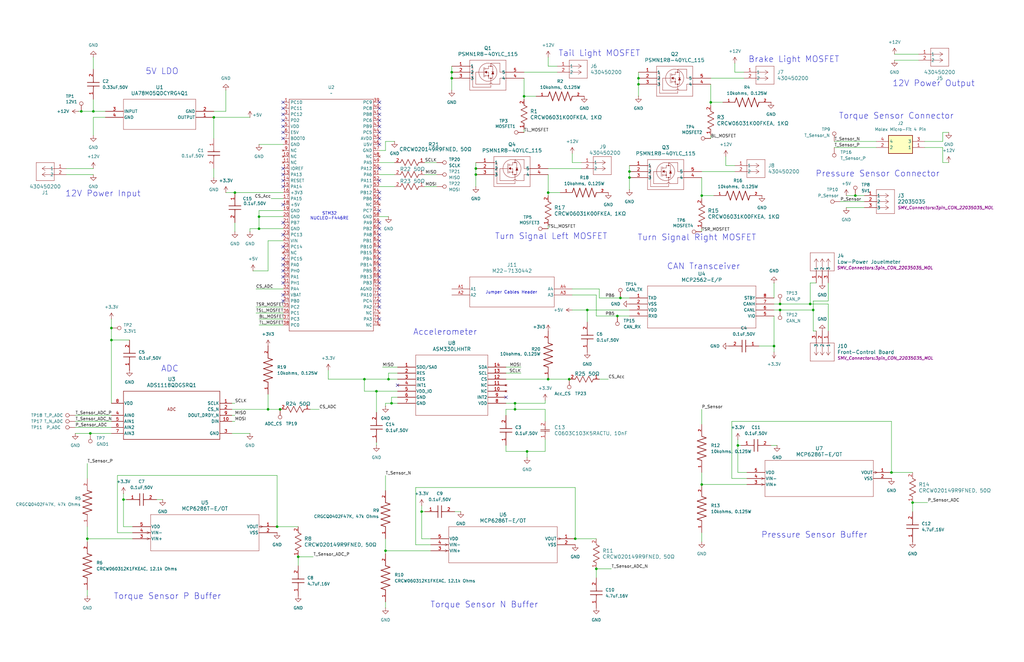
<source format=kicad_sch>
(kicad_sch (version 20250114) (generator "eeschema") (generator_version "9.0")
  (paper "User" 431.8 279.4)
  (text "STM32\nNUCLEO-F446RE" (at 138.938 91.186 0) (effects (font (size 1.27 1.27))))
  (text "Brake Light MOSFET" (at 334.772 25.146 0) (effects (font (size 2.54 2.54))))
  (text "CAN Transceiver" (at 296.672 112.522 0) (effects (font (size 2.54 2.54))))
  (text "Jumper Cables Header" (at 215.646 123.444 0) (effects (font (size 1.27 1.27))))
  (text "Tail Light MOSFET" (at 252.73 22.606 0) (effects (font (size 2.54 2.54))))
  (text "Pressure Sensor Buffer" (at 343.408 225.806 0) (effects (font (size 2.54 2.54))))
  (text "12V Power Output" (at 393.7 35.306 0) (effects (font (size 2.54 2.54))))
  (text "Torque Sensor P Buffer" (at 70.612 251.714 0) (effects (font (size 2.54 2.54))))
  (text "5V LDO" (at 68.326 30.226 0) (effects (font (size 2.54 2.54))))
  (text "ADC" (at 71.628 155.702 0) (effects (font (size 2.54 2.54))))
  (text "Turn Signal Left MOSFET" (at 232.41 99.822 0) (effects (font (size 2.54 2.54))))
  (text "Torque Sensor N Buffer" (at 204.216 255.27 0) (effects (font (size 2.54 2.54))))
  (text "Accelerometer" (at 187.706 140.208 0) (effects (font (size 2.54 2.54))))
  (text "Torque Sensor Connector" (at 377.952 49.022 0) (effects (font (size 2.54 2.54))))
  (text "12V Power Input" (at 43.434 81.788 0) (effects (font (size 2.54 2.54))))
  (text "Pressure Sensor Connector" (at 370.078 73.406 0) (effects (font (size 2.54 2.54))))
  (text "Turn Signal Right MOSFET" (at 293.878 100.33 0) (effects (font (size 2.54 2.54))))
  (junction (at 326.39 146.05))
  (junction (at 165.1 170.18))
  (junction (at 341.63 128.27))
  (junction (at 269.24 33.02))
  (junction (at 200.66 73.66))
  (junction (at 217.17 170.18))
  (junction (at 261.62 125.73))
  (junction (at 118.11 172.72))
  (junction (at 34.29 46.99))
  (junction (at 90.17 49.53))
  (junction (at 265.43 74.93))
  (junction (at 125.73 234.95))
  (junction (at 217.17 172.72))
  (junction (at 153.67 160.02))
  (junction (at 190.5 30.48))
  (junction (at 240.03 160.02))
  (junction (at 231.14 81.28))
  (junction (at 311.15 187.96))
  (junction (at 200.66 71.12))
  (junction (at 342.9 130.81))
  (junction (at 299.72 43.18))
  (junction (at 328.93 128.27))
  (junction (at 190.5 33.02))
  (junction (at 260.35 133.35))
  (junction (at 46.99 143.51))
  (junction (at 52.07 210.82))
  (junction (at 113.03 172.72))
  (junction (at 46.99 138.43))
  (junction (at 163.83 160.02))
  (junction (at 384.81 212.09))
  (junction (at 99.06 81.28))
  (junction (at 328.93 130.81))
  (junction (at 222.25 190.5))
  (junction (at 375.92 199.39))
  (junction (at 295.91 204.47))
  (junction (at 265.43 72.39))
  (junction (at 177.8 215.9))
  (junction (at 109.22 96.52))
  (junction (at 36.83 227.33))
  (junction (at 242.57 227.33))
  (junction (at 251.46 240.03))
  (junction (at 220.98 40.64))
  (junction (at 295.91 82.55))
  (junction (at 39.37 46.99))
  (junction (at 38.1 182.88))
  (junction (at 109.22 91.44))
  (junction (at 116.84 222.25))
  (junction (at 158.75 165.1))
  (junction (at 247.65 130.81))
  (junction (at 162.56 232.41))
  (junction (at 231.14 160.02))
  (junction (at 269.24 35.56))
  (junction (at 360.68 82.55))
  (no_connect (at 119.38 124.46))
  (no_connect (at 160.02 106.68))
  (no_connect (at 119.38 104.14))
  (no_connect (at 119.38 73.66))
  (no_connect (at 119.38 71.12))
  (no_connect (at 119.38 48.26))
  (no_connect (at 160.02 104.14))
  (no_connect (at 119.38 45.72))
  (no_connect (at 160.02 48.26))
  (no_connect (at 160.02 60.96))
  (no_connect (at 160.02 83.82))
  (no_connect (at 160.02 93.98))
  (no_connect (at 160.02 55.88))
  (no_connect (at 119.38 78.74))
  (no_connect (at 160.02 121.92))
  (no_connect (at 119.38 53.34))
  (no_connect (at 119.38 86.36))
  (no_connect (at 160.02 116.84))
  (no_connect (at 119.38 114.3))
  (no_connect (at 160.02 88.9))
  (no_connect (at 119.38 93.98))
  (no_connect (at 119.38 127))
  (no_connect (at 160.02 53.34))
  (no_connect (at 119.38 111.76))
  (no_connect (at 160.02 119.38))
  (no_connect (at 167.64 162.56))
  (no_connect (at 160.02 101.6))
  (no_connect (at 160.02 43.18))
  (no_connect (at 160.02 114.3))
  (no_connect (at 119.38 55.88))
  (no_connect (at 160.02 127))
  (no_connect (at 119.38 116.84))
  (no_connect (at 119.38 119.38))
  (no_connect (at 160.02 111.76))
  (no_connect (at 119.38 76.2))
  (no_connect (at 119.38 58.42))
  (no_connect (at 119.38 109.22))
  (no_connect (at 119.38 43.18))
  (no_connect (at 160.02 50.8))
  (no_connect (at 160.02 58.42))
  (no_connect (at 160.02 76.2))
  (no_connect (at 160.02 81.28))
  (no_connect (at 119.38 50.8))
  (no_connect (at 160.02 134.62))
  (no_connect (at 160.02 109.22))
  (no_connect (at 160.02 124.46))
  (no_connect (at 119.38 99.06))
  (no_connect (at 160.02 96.52))
  (no_connect (at 160.02 99.06))
  (no_connect (at 160.02 71.12))
  (no_connect (at 160.02 129.54))
  (no_connect (at 213.36 167.64))
  (no_connect (at 160.02 45.72))
  (wire (pts (xy 99.06 93.98) (xy 99.06 97.79)))
  (wire (pts (xy 49.53 200.66) (xy 116.84 200.66)))
  (wire (pts (xy 36.83 248.92) (xy 36.83 251.46)))
  (wire (pts (xy 107.95 132.08) (xy 119.38 132.08)))
  (wire (pts (xy 107.95 129.54) (xy 119.38 129.54)))
  (wire (pts (xy 251.46 240.03) (xy 251.46 243.84)))
  (wire (pts (xy 36.83 227.33) (xy 55.88 227.33)))
  (wire (pts (xy 231.14 81.28) (xy 236.22 81.28)))
  (wire (pts (xy 49.53 224.79) (xy 49.53 200.66)))
  (wire (pts (xy 116.84 222.25) (xy 125.73 222.25)))
  (wire (pts (xy 158.75 186.69) (xy 158.75 187.96)))
  (wire (pts (xy 295.91 74.93) (xy 295.91 82.55)))
  (wire (pts (xy 326.39 128.27) (xy 328.93 128.27)))
  (wire (pts (xy 213.36 157.48) (xy 219.71 157.48)))
  (wire (pts (xy 213.36 160.02) (xy 231.14 160.02)))
  (wire (pts (xy 138.43 156.21) (xy 138.43 160.02)))
  (wire (pts (xy 247.65 130.81) (xy 247.65 135.89)))
  (wire (pts (xy 342.9 127) (xy 349.25 127)))
  (wire (pts (xy 308.61 201.93) (xy 308.61 177.8)))
  (wire (pts (xy 153.67 160.02) (xy 153.67 165.1)))
  (wire (pts (xy 360.68 82.55) (xy 364.49 82.55)))
  (wire (pts (xy 251.46 133.35) (xy 251.46 124.46)))
  (wire (pts (xy 97.79 177.8) (xy 99.06 177.8)))
  (wire (pts (xy 389.89 62.23) (xy 397.51 62.23)))
  (wire (pts (xy 181.61 227.33) (xy 177.8 227.33)))
  (wire (pts (xy 326.39 130.81) (xy 328.93 130.81)))
  (wire (pts (xy 99.06 81.28) (xy 119.38 81.28)))
  (wire (pts (xy 222.25 190.5) (xy 222.25 193.04)))
  (wire (pts (xy 295.91 199.39) (xy 295.91 204.47)))
  (wire (pts (xy 33.02 46.99) (xy 34.29 46.99)))
  (wire (pts (xy 167.64 157.48) (xy 163.83 157.48)))
  (wire (pts (xy 90.17 49.53) (xy 105.41 49.53)))
  (wire (pts (xy 349.25 127) (xy 349.25 119.38)))
  (wire (pts (xy 265.43 74.93) (xy 265.43 80.01)))
  (wire (pts (xy 39.37 46.99) (xy 44.45 46.99)))
  (wire (pts (xy 299.72 44.45) (xy 299.72 43.18)))
  (wire (pts (xy 309.88 30.48) (xy 313.69 30.48)))
  (wire (pts (xy 217.17 172.72) (xy 229.87 172.72)))
  (wire (pts (xy 326.39 146.05) (xy 326.39 148.59)))
  (wire (pts (xy 356.87 87.63) (xy 364.49 87.63)))
  (wire (pts (xy 190.5 33.02) (xy 190.5 38.1)))
  (wire (pts (xy 325.12 187.96) (xy 327.66 187.96)))
  (wire (pts (xy 97.79 170.18) (xy 99.06 170.18)))
  (wire (pts (xy 299.72 35.56) (xy 299.72 43.18)))
  (wire (pts (xy 165.1 167.64) (xy 165.1 170.18)))
  (wire (pts (xy 46.99 134.62) (xy 46.99 138.43)))
  (wire (pts (xy 177.8 215.9) (xy 179.07 215.9)))
  (wire (pts (xy 213.36 170.18) (xy 217.17 170.18)))
  (wire (pts (xy 39.37 49.53) (xy 39.37 57.15)))
  (wire (pts (xy 342.9 130.81) (xy 342.9 127)))
  (wire (pts (xy 265.43 72.39) (xy 265.43 74.93)))
  (wire (pts (xy 229.87 168.91) (xy 229.87 170.18)))
  (wire (pts (xy 229.87 185.42) (xy 229.87 190.5)))
  (wire (pts (xy 160.02 91.44) (xy 163.83 91.44)))
  (wire (pts (xy 39.37 41.91) (xy 39.37 46.99)))
  (wire (pts (xy 162.56 254) (xy 162.56 256.54)))
  (wire (pts (xy 39.37 49.53) (xy 44.45 49.53)))
  (wire (pts (xy 387.35 25.4) (xy 377.19 25.4)))
  (wire (pts (xy 162.56 59.69) (xy 162.56 63.5)))
  (wire (pts (xy 397.51 68.58) (xy 400.05 68.58)))
  (wire (pts (xy 167.64 165.1) (xy 158.75 165.1)))
  (wire (pts (xy 213.36 190.5) (xy 213.36 187.96)))
  (wire (pts (xy 162.56 170.18) (xy 162.56 171.45)))
  (wire (pts (xy 160.02 73.66) (xy 166.37 73.66)))
  (wire (pts (xy 165.1 170.18) (xy 167.64 170.18)))
  (wire (pts (xy 97.79 182.88) (xy 105.41 182.88)))
  (wire (pts (xy 256.54 160.02) (xy 252.73 160.02)))
  (wire (pts (xy 231.14 27.94) (xy 234.95 27.94)))
  (wire (pts (xy 397.51 68.58) (xy 397.51 62.23)))
  (wire (pts (xy 217.17 170.18) (xy 229.87 170.18)))
  (wire (pts (xy 158.75 165.1) (xy 158.75 173.99)))
  (wire (pts (xy 397.51 55.88) (xy 397.51 59.69)))
  (wire (pts (xy 46.99 143.51) (xy 54.61 143.51)))
  (wire (pts (xy 162.56 59.69) (xy 166.37 59.69)))
  (wire (pts (xy 184.15 68.58) (xy 179.07 68.58)))
  (wire (pts (xy 295.91 72.39) (xy 309.88 72.39)))
  (wire (pts (xy 90.17 71.12) (xy 90.17 74.93)))
  (wire (pts (xy 162.56 232.41) (xy 181.61 232.41)))
  (wire (pts (xy 163.83 157.48) (xy 163.83 160.02)))
  (wire (pts (xy 52.07 208.28) (xy 52.07 210.82)))
  (wire (pts (xy 220.98 33.02) (xy 220.98 40.64)))
  (wire (pts (xy 153.67 165.1) (xy 158.75 165.1)))
  (wire (pts (xy 27.94 71.12) (xy 39.37 71.12)))
  (wire (pts (xy 384.81 212.09) (xy 391.16 212.09)))
  (wire (pts (xy 229.87 172.72) (xy 229.87 177.8)))
  (wire (pts (xy 309.88 69.85) (xy 306.07 69.85)))
  (wire (pts (xy 341.63 119.38) (xy 341.63 128.27)))
  (wire (pts (xy 351.79 62.23) (xy 369.57 62.23)))
  (wire (pts (xy 38.1 182.88) (xy 46.99 182.88)))
  (wire (pts (xy 241.3 130.81) (xy 247.65 130.81)))
  (wire (pts (xy 220.98 41.91) (xy 220.98 40.64)))
  (wire (pts (xy 31.75 180.34) (xy 46.99 180.34)))
  (wire (pts (xy 265.43 69.85) (xy 265.43 72.39)))
  (wire (pts (xy 397.51 55.88) (xy 400.05 55.88)))
  (wire (pts (xy 109.22 134.62) (xy 119.38 134.62)))
  (wire (pts (xy 220.98 30.48) (xy 234.95 30.48)))
  (wire (pts (xy 106.68 114.3) (xy 113.03 114.3)))
  (wire (pts (xy 125.73 234.95) (xy 132.08 234.95)))
  (wire (pts (xy 341.63 128.27) (xy 349.25 128.27)))
  (wire (pts (xy 295.91 204.47) (xy 314.96 204.47)))
  (wire (pts (xy 328.93 130.81) (xy 342.9 130.81)))
  (wire (pts (xy 175.26 205.74) (xy 242.57 205.74)))
  (wire (pts (xy 184.15 78.74) (xy 179.07 78.74)))
  (wire (pts (xy 269.24 35.56) (xy 269.24 40.64)))
  (wire (pts (xy 326.39 133.35) (xy 326.39 146.05)))
  (wire (pts (xy 113.03 172.72) (xy 118.11 172.72)))
  (wire (pts (xy 231.14 24.13) (xy 231.14 27.94)))
  (wire (pts (xy 90.17 46.99) (xy 95.25 46.99)))
  (wire (pts (xy 119.38 88.9) (xy 109.22 88.9)))
  (wire (pts (xy 247.65 130.81) (xy 265.43 130.81)))
  (wire (pts (xy 299.72 33.02) (xy 313.69 33.02)))
  (wire (pts (xy 241.3 64.77) (xy 241.3 68.58)))
  (wire (pts (xy 109.22 88.9) (xy 109.22 91.44)))
  (wire (pts (xy 314.96 199.39) (xy 311.15 199.39)))
  (wire (pts (xy 241.3 68.58) (xy 245.11 68.58)))
  (wire (pts (xy 231.14 82.55) (xy 231.14 81.28)))
  (wire (pts (xy 177.8 215.9) (xy 177.8 227.33)))
  (wire (pts (xy 311.15 187.96) (xy 312.42 187.96)))
  (wire (pts (xy 31.75 182.88) (xy 38.1 182.88)))
  (wire (pts (xy 231.14 160.02) (xy 240.03 160.02)))
  (wire (pts (xy 105.41 96.52) (xy 109.22 96.52)))
  (wire (pts (xy 160.02 78.74) (xy 166.37 78.74)))
  (wire (pts (xy 328.93 128.27) (xy 341.63 128.27)))
  (wire (pts (xy 251.46 240.03) (xy 257.81 240.03)))
  (wire (pts (xy 220.98 54.61) (xy 220.98 55.88)))
  (wire (pts (xy 351.79 59.69) (xy 369.57 59.69)))
  (wire (pts (xy 107.95 121.92) (xy 119.38 121.92)))
  (wire (pts (xy 52.07 210.82) (xy 53.34 210.82)))
  (wire (pts (xy 231.14 73.66) (xy 231.14 81.28)))
  (wire (pts (xy 162.56 63.5) (xy 160.02 63.5)))
  (wire (pts (xy 181.61 229.87) (xy 175.26 229.87)))
  (wire (pts (xy 95.25 38.1) (xy 95.25 46.99)))
  (wire (pts (xy 200.66 71.12) (xy 200.66 73.66)))
  (wire (pts (xy 167.64 167.64) (xy 165.1 167.64)))
  (wire (pts (xy 109.22 137.16) (xy 119.38 137.16)))
  (wire (pts (xy 46.99 143.51) (xy 46.99 170.18)))
  (wire (pts (xy 34.29 46.99) (xy 39.37 46.99)))
  (wire (pts (xy 95.25 81.28) (xy 99.06 81.28)))
  (wire (pts (xy 299.72 57.15) (xy 299.72 58.42)))
  (wire (pts (xy 109.22 96.52) (xy 109.22 91.44)))
  (wire (pts (xy 269.24 33.02) (xy 269.24 35.56)))
  (wire (pts (xy 113.03 101.6) (xy 113.03 114.3)))
  (wire (pts (xy 220.98 40.64) (xy 226.06 40.64)))
  (wire (pts (xy 162.56 232.41) (xy 162.56 233.68)))
  (wire (pts (xy 52.07 210.82) (xy 52.07 222.25)))
  (wire (pts (xy 311.15 187.96) (xy 311.15 199.39)))
  (wire (pts (xy 179.07 73.66) (xy 184.15 73.66)))
  (wire (pts (xy 36.83 227.33) (xy 36.83 228.6)))
  (wire (pts (xy 119.38 101.6) (xy 113.03 101.6)))
  (wire (pts (xy 116.84 200.66) (xy 116.84 222.25)))
  (wire (pts (xy 354.33 85.09) (xy 364.49 85.09)))
  (wire (pts (xy 55.88 222.25) (xy 52.07 222.25)))
  (wire (pts (xy 217.17 170.18) (xy 217.17 172.72)))
  (wire (pts (xy 252.73 121.92) (xy 252.73 125.73)))
  (wire (pts (xy 175.26 229.87) (xy 175.26 205.74)))
  (wire (pts (xy 309.88 26.67) (xy 309.88 30.48)))
  (wire (pts (xy 320.04 146.05) (xy 326.39 146.05)))
  (wire (pts (xy 260.35 133.35) (xy 265.43 133.35)))
  (wire (pts (xy 213.36 154.94) (xy 219.71 154.94)))
  (wire (pts (xy 384.81 212.09) (xy 384.81 215.9)))
  (wire (pts (xy 190.5 27.94) (xy 190.5 30.48)))
  (wire (pts (xy 252.73 121.92) (xy 241.3 121.92)))
  (wire (pts (xy 36.83 222.25) (xy 36.83 227.33)))
  (wire (pts (xy 222.25 190.5) (xy 213.36 190.5)))
  (wire (pts (xy 46.99 138.43) (xy 46.99 143.51)))
  (wire (pts (xy 342.9 139.7) (xy 344.17 139.7)))
  (wire (pts (xy 375.92 199.39) (xy 384.81 199.39)))
  (wire (pts (xy 306.07 66.04) (xy 306.07 69.85)))
  (wire (pts (xy 138.43 160.02) (xy 153.67 160.02)))
  (wire (pts (xy 105.41 97.79) (xy 105.41 96.52)))
  (wire (pts (xy 161.29 154.94) (xy 167.64 154.94)))
  (wire (pts (xy 90.17 49.53) (xy 90.17 58.42)))
  (wire (pts (xy 231.14 71.12) (xy 245.11 71.12)))
  (wire (pts (xy 231.14 95.25) (xy 231.14 96.52)))
  (wire (pts (xy 177.8 213.36) (xy 177.8 215.9)))
  (wire (pts (xy 190.5 30.48) (xy 190.5 33.02)))
  (wire (pts (xy 165.1 170.18) (xy 162.56 170.18)))
  (wire (pts (xy 162.56 227.33) (xy 162.56 232.41)))
  (wire (pts (xy 213.36 172.72) (xy 213.36 175.26)))
  (wire (pts (xy 191.77 215.9) (xy 194.31 215.9)))
  (wire (pts (xy 163.83 160.02) (xy 153.67 160.02)))
  (wire (pts (xy 295.91 224.79) (xy 295.91 228.6)))
  (wire (pts (xy 55.88 224.79) (xy 49.53 224.79)))
  (wire (pts (xy 217.17 172.72) (xy 213.36 172.72)))
  (wire (pts (xy 162.56 200.66) (xy 162.56 207.01)))
  (wire (pts (xy 113.03 166.37) (xy 113.03 172.72)))
  (wire (pts (xy 387.35 22.86) (xy 377.19 22.86)))
  (wire (pts (xy 242.57 205.74) (xy 242.57 227.33)))
  (wire (pts (xy 66.04 210.82) (xy 68.58 210.82)))
  (wire (pts (xy 109.22 60.96) (xy 119.38 60.96)))
  (wire (pts (xy 295.91 172.72) (xy 295.91 179.07)))
  (wire (pts (xy 295.91 96.52) (xy 295.91 97.79)))
  (wire (pts (xy 31.75 175.26) (xy 46.99 175.26)))
  (wire (pts (xy 251.46 124.46) (xy 241.3 124.46)))
  (wire (pts (xy 160.02 68.58) (xy 166.37 68.58)))
  (wire (pts (xy 397.51 59.69) (xy 389.89 59.69)))
  (wire (pts (xy 342.9 130.81) (xy 342.9 139.7)))
  (wire (pts (xy 299.72 43.18) (xy 304.8 43.18)))
  (wire (pts (xy 295.91 82.55) (xy 300.99 82.55)))
  (wire (pts (xy 125.73 234.95) (xy 125.73 238.76)))
  (wire (pts (xy 314.96 201.93) (xy 308.61 201.93)))
  (wire (pts (xy 27.94 73.66) (xy 39.37 73.66)))
  (wire (pts (xy 109.22 91.44) (xy 119.38 91.44)))
  (wire (pts (xy 163.83 160.02) (xy 167.64 160.02)))
  (wire (pts (xy 341.63 119.38) (xy 344.17 119.38)))
  (wire (pts (xy 39.37 24.13) (xy 39.37 29.21)))
  (wire (pts (xy 308.61 177.8) (xy 375.92 177.8)))
  (wire (pts (xy 242.57 227.33) (xy 251.46 227.33)))
  (wire (pts (xy 36.83 195.58) (xy 36.83 201.93)))
  (wire (pts (xy 295.91 83.82) (xy 295.91 82.55)))
  (wire (pts (xy 200.66 68.58) (xy 200.66 71.12)))
  (wire (pts (xy 269.24 30.48) (xy 269.24 33.02)))
  (wire (pts (xy 295.91 204.47) (xy 295.91 205.74)))
  (wire (pts (xy 311.15 185.42) (xy 311.15 187.96)))
  (wire (pts (xy 114.3 83.82) (xy 119.38 83.82)))
  (wire (pts (xy 109.22 96.52) (xy 119.38 96.52)))
  (wire (pts (xy 134.62 172.72) (xy 130.81 172.72)))
  (wire (pts (xy 229.87 190.5) (xy 222.25 190.5)))
  (wire (pts (xy 200.66 73.66) (xy 200.66 78.74)))
  (wire (pts (xy 31.75 177.8) (xy 46.99 177.8)))
  (wire (pts (xy 251.46 133.35) (xy 260.35 133.35)))
  (wire (pts (xy 261.62 125.73) (xy 265.43 125.73)))
  (wire (pts (xy 326.39 119.38) (xy 326.39 125.73)))
  (wire (pts (xy 97.79 175.26) (xy 99.06 175.26)))
  (wire (pts (xy 349.25 128.27) (xy 349.25 139.7)))
  (wire (pts (xy 252.73 125.73) (xy 261.62 125.73)))
  (wire (pts (xy 97.79 172.72) (xy 113.03 172.72)))
  (wire (pts (xy 375.92 177.8) (xy 375.92 199.39)))
  (wire (pts (xy 356.87 82.55) (xy 360.68 82.55)))
  (label "BL_MOSFET" (at 109.22 134.62 0))
  (label "TSL_MOSFET" (at 231.14 96.52 0))
  (label "MISO" (at 184.15 73.66 180))
  (label "CS_ADC" (at 107.95 121.92 0))
  (label "SCLK" (at 219.71 157.48 180))
  (label "P_Sensor_ADC" (at 31.75 180.34 0))
  (label "MISO" (at 161.29 154.94 0))
  (label "MOSI" (at 219.71 154.94 180))
  (label "MOSI" (at 99.06 177.8 0))
  (label "TSR_MOSFET" (at 295.91 97.79 0))
  (label "CS_Acc" (at 256.54 160.02 0))
  (label "TL_MOSFET" (at 220.98 55.88 0))
  (label "TSL_MOSFET" (at 107.95 132.08 0))
  (label "T_Sensor_ADC_P" (at 132.08 234.95 0))
  (label "SCLK" (at 184.15 68.58 180))
  (label "P_Sensor_ADC" (at 391.16 212.09 0))
  (label "MOSI" (at 184.15 78.74 180))
  (label "PB6" (at 255.27 125.73 0))
  (label "TSR_MOSFET" (at 107.95 129.54 0))
  (label "T_Sensor_N" (at 351.79 59.69 0))
  (label "CS_Acc" (at 114.3 83.82 180))
  (label "BL_MOSFET" (at 299.72 58.42 0))
  (label "T_Sensor_ADC_N" (at 31.75 177.8 0))
  (label "P_Sensor" (at 354.33 85.09 0))
  (label "P_Sensor" (at 295.91 172.72 0))
  (label "PB5" (at 255.27 133.35 0))
  (label "T_Sensor_P" (at 36.83 195.58 0))
  (label "CS_ADC" (at 134.62 172.72 0))
  (label "TL_MOSFET" (at 109.22 137.16 0))
  (label "T_Sensor_ADC_N" (at 257.81 240.03 0))
  (label "MISO" (at 99.06 175.26 0))
  (label "T_Sensor_ADC_P" (at 31.75 175.26 0))
  (label "T_Sensor_P" (at 351.79 62.23 0))
  (label "SCLK" (at 99.06 170.18 0))
  (label "T_Sensor_N" (at 162.56 200.66 0))
  (symbol (lib_id "power:GND") (at 190.5 38.1 0) (unit 1)
    (property "Reference" "#PWR09" (effects (hide yes)))
    (property "Value" "GND" (at 190.5 43.18 0))
    (property "Description" "Power symbol creates a global label with name \"GND\" , ground" (effects (hide yes)))
  )
  (symbol (lib_id "SMV_Custom:Molex Micro-Fit 4 Pin") (at 369.57 59.69 0) (unit 1)
    (property "Reference" "J2" (at 379.73 52.07 0))
    (property "Value" "Molex Micro-Fit 4 Pin" (at 379.73 54.61 0))
    (property "Footprint" "SMV_Connectors:4_pin0430450401" (effects (hide yes)))
    (property "Datasheet" "https://www.arrow.com/en/products/0430450401/molex?region=europe" (effects (hide yes)))
    (property "Description" "Micro-Fit 3.0 Vertical Header, 3.00mm Pitch, Dual Row,  Circuits, with PCB Polarizing Peg, Tin, Glow-Wire Capable, Black" (effects (hide yes)))
    (property "Height" "9.02" (effects (hide yes)))
    (property "Arrow Part Number" "0430450401" (effects (hide yes)))
    (property "Arrow Price/Stock" "https://www.arrow.com/en/products/0430450401/molex?region=europe" (effects (hide yes)))
    (property "Manufacturer_Name" "Molex" (effects (hide yes)))
    (property "Manufacturer_Part_Number" "0430450401" (effects (hide yes)))
  )
  (symbol (lib_id "power:GND") (at 346.71 119.38 0) (unit 1)
    (property "Reference" "#PWR024" (effects (hide yes)))
    (property "Value" "GND" (at 346.71 124.46 0))
    (property "Description" "Power symbol creates a global label with name \"GND\" , ground" (effects (hide yes)))
  )
  (symbol (lib_id "Connector:TestPoint") (at 46.99 138.43 270) (unit 1)
    (property "Reference" "TP2" (at 52.07 137.1599 90) (effects (justify left)))
    (property "Value" "3.3V1" (at 52.07 139.6999 90) (effects (justify left)))
    (property "Description" "test point" (effects (hide yes)))
  )
  (symbol (lib_id "power:+3V3") (at 231.14 139.7 0) (unit 1)
    (property "Reference" "#PWR067" (effects (hide yes)))
    (property "Value" "+3V3" (at 227.33 137.922 0))
    (property "Description" "Power symbol creates a global label with name \"+3V3\"" (effects (hide yes)))
  )
  (symbol (lib_id "SMV_Custom:C0805C334K5RACTU") (at 39.37 41.91 90) (unit 1)
    (property "Reference" "C2" (at 43.18 34.2899 90) (effects (justify right)))
    (property "Value" "0.33uF,50V" (at 43.18 36.8299 90) (effects (justify right)))
    (property "Footprint" "SMV_Passives:Cap0805" (effects (hide yes)))
    (property "Datasheet" "https://content.kemet.com/datasheets/KEM_C1002_X7R_SMD.pdf" (effects (hide yes)))
    (property "Description" "SMD Comm X7R, Ceramic, 0.33 uF, 10%, 50 VDC, 125 VDC, 125C, -55C, X7R, SMD, MLCC, Temperature Stable, Class II, 2.5 % , 1.5152 GOhms, 13 mg, 0805, 2mm, 1.25mm, 0.9mm, 0.75mm, 0.5mm, 4000, 78  Weeks, 80" (effects (hide yes)))
    (property "Height" "1.1" (effects (hide yes)))
    (property "Manufacturer_Name" "KEMET" (effects (hide yes)))
    (property "Manufacturer_Part_Number" "C0805C334K5RACTU" (effects (hide yes)))
    (property "Mouser Part Number" "80-C0805C334K5R" (effects (hide yes)))
    (property "Mouser Price/Stock" "https://www.mouser.co.uk/ProductDetail/KEMET/C0805C334K5RACTU?qs=nRD1PKnFC2Hh3tSy%2FGeH2Q%3D%3D" (effects (hide yes)))
    (property "Arrow Part Number" "C0805C334K5RACTU" (effects (hide yes)))
    (property "Arrow Price/Stock" "https://www.arrow.com/en/products/c0805c334k5ractu/kemet-corporation?region=nac" (effects (hide yes)))
  )
  (symbol (lib_id "power:+12V") (at 39.37 71.12 0) (unit 1)
    (property "Reference" "#PWR08" (effects (hide yes)))
    (property "Value" "+12V" (at 39.37 66.04 0))
    (property "Description" "Power symbol creates a global label with name \"+12V\"" (effects (hide yes)))
  )
  (symbol (lib_id "SMV_Custom:CRCW020149R9FNED") (at 118.11 172.72 0) (unit 1)
    (property "Reference" "R24" (at 122.682 170.434 0) (effects (font (size 1.524 1.524))))
    (property "Value" "50Ω" (at 128.524 170.434 0) (effects (font (size 1.524 1.524))))
    (property "Footprint" "SMV_Passives:0805RESC2012X60N" (effects (hide yes)))
    (property "Datasheet" "CRCW020149R9FNED" (effects (hide yes)))
  )
  (symbol (lib_id "power:GND") (at 356.87 87.63 0) (unit 1)
    (property "Reference" "#PWR014" (effects (hide yes)))
    (property "Value" "GND" (at 356.87 92.71 0))
    (property "Description" "Power symbol creates a global label with name \"GND\" , ground" (effects (hide yes)))
  )
  (symbol (lib_id "Connector:TestPoint") (at 360.68 82.55 0) (unit 1)
    (property "Reference" "TP8" (at 363.22 77.9779 0) (effects (justify left)))
    (property "Value" "5V1" (at 363.22 80.5179 0) (effects (justify left)))
    (property "Description" "test point" (effects (hide yes)))
  )
  (symbol (lib_id "SMV_Custom:CRCW020149R9FNED") (at 384.81 199.39 270) (unit 1)
    (property "Reference" "R14" (at 387.35 204.4699 90) (effects (font (size 1.524 1.524)) (justify left)))
    (property "Value" "CRCW020149R9FNED, 50Ω" (at 387.35 207.0099 90) (effects (font (size 1.524 1.524)) (justify left)))
    (property "Footprint" "SMV_Passives:0805RESC2012X60N" (effects (hide yes)))
    (property "Datasheet" "CRCW020149R9FNED" (effects (hide yes)))
  )
  (symbol (lib_id "power:+3.3V") (at 52.07 208.28 0) (unit 1)
    (property "Reference" "#PWR026" (effects (hide yes)))
    (property "Value" "+3.3V" (at 52.07 203.2 0))
    (property "Description" "Power symbol creates a global label with name \"+3.3V\"" (effects (hide yes)))
  )
  (symbol (lib_id "SMV_Custom:CRCW080510K0FKEAC") (at 311.15 82.55 0) (unit 1)
    (property "Reference" "R16" (at 311.15 76.2 0))
    (property "Value" "10kohms, 0.125W" (at 311.15 78.74 0))
    (property "Footprint" "SMV_Passives:0805RESC2012X60N" (effects (hide yes)))
    (property "MF" "Vishay Dale" (effects (hide yes)))
    (property "Description_1" "\n                        \n                            10 kOhms ±1% 0.125W, 1/8W Chip Resistor 0805 (2012 Metric) - Thick Film\n                        \n" (effects (hide yes)))
    (property "Package" "2012 Vishay" (effects (hide yes)))
    (property "Price" "None" (effects (hide yes)))
    (property "SnapEDA_Link" "https://www.snapeda.com/parts/CRCW080510K0FKEAC/Vishay+Dale/view-part/?ref=snap" (effects (hide yes)))
    (property "MP" "CRCW080510K0FKEAC" (effects (hide yes)))
    (property "Availability" "In Stock" (effects (hide yes)))
    (property "Check_prices" "https://www.snapeda.com/parts/CRCW080510K0FKEAC/Vishay+Dale/view-part/?ref=eda" (effects (hide yes)))
  )
  (symbol (lib_id "power:GND") (at 400.05 55.88 0) (unit 1)
    (property "Reference" "#PWR012" (effects (hide yes)))
    (property "Value" "GND" (at 400.05 60.96 0))
    (property "Description" "Power symbol creates a global label with name \"GND\" , ground" (effects (hide yes)))
  )
  (symbol (lib_id "power:GND") (at 321.31 82.55 0) (unit 1)
    (property "Reference" "#PWR048" (effects (hide yes)))
    (property "Value" "GND" (at 321.31 87.63 0))
    (property "Description" "Power symbol creates a global label with name \"GND\" , ground" (effects (hide yes)))
  )
  (symbol (lib_id "power:+12V") (at 377.19 22.86 0) (unit 1)
    (property "Reference" "#PWR040" (effects (hide yes)))
    (property "Value" "+12V" (at 377.19 17.78 0))
    (property "Description" "Power symbol creates a global label with name \"+12V\"" (effects (hide yes)))
  )
  (symbol (lib_id "power:GND") (at 265.43 80.01 0) (unit 1)
    (property "Reference" "#PWR046" (effects (hide yes)))
    (property "Value" "GND" (at 265.43 85.09 0))
    (property "Description" "Power symbol creates a global label with name \"GND\" , ground" (effects (hide yes)))
  )
  (symbol (lib_id "Connector:TestPoint") (at 118.11 172.72 180) (unit 1)
    (property "Reference" "TP19" (at 122.936 178.816 0))
    (property "Value" "ADC_CS" (at 115.316 178.816 0))
    (property "Description" "test point" (effects (hide yes)))
  )
  (symbol (lib_id "SMV_Custom:M22-7130442") (at 190.5 121.92 0) (unit 1)
    (property "Reference" "J11" (at 215.9 111.76 0) (effects (font (size 1.524 1.524))))
    (property "Value" "M22-7130442" (at 215.9 114.3 0) (effects (font (size 1.524 1.524))))
    (property "Footprint" "M22-7130442_TYC" (effects (hide yes)))
    (property "Datasheet" "M22-7130442" (effects (hide yes)))
  )
  (symbol (lib_id "SMV_Custom:CRCW080510K0FKEAC") (at 295.91 189.23 90) (unit 1)
    (property "Reference" "R12" (at 299.72 187.9599 90) (effects (justify right)))
    (property "Value" "10kohms, 0.125W" (at 299.72 190.4999 90) (effects (justify right)))
    (property "Footprint" "SMV_Passives:0805RESC2012X60N" (effects (hide yes)))
    (property "MF" "Vishay Dale" (effects (hide yes)))
    (property "Description_1" "\n                        \n                            10 kOhms ±1% 0.125W, 1/8W Chip Resistor 0805 (2012 Metric) - Thick Film\n                        \n" (effects (hide yes)))
    (property "Package" "2012 Vishay" (effects (hide yes)))
    (property "Price" "None" (effects (hide yes)))
    (property "SnapEDA_Link" "https://www.snapeda.com/parts/CRCW080510K0FKEAC/Vishay+Dale/view-part/?ref=snap" (effects (hide yes)))
    (property "MP" "CRCW080510K0FKEAC" (effects (hide yes)))
    (property "Availability" "In Stock" (effects (hide yes)))
    (property "Check_prices" "https://www.snapeda.com/parts/CRCW080510K0FKEAC/Vishay+Dale/view-part/?ref=eda" (effects (hide yes)))
  )
  (symbol (lib_id "SMV_Custom:CRGCQ0402F47K") (at 162.56 217.17 90) (unit 1)
    (property "Reference" "R9" (at 157.226 215.392 90) (effects (justify right)))
    (property "Value" "CRGCQ0402F47K, 47k Ohms" (at 132.334 217.932 90) (effects (justify right)))
    (property "Footprint" "CRGCQ0402F47K:RESC1005X40N" (effects (hide yes)))
  )
  (symbol (lib_id "SMV_Custom:3-pin Mini Molex Spox") (at 364.49 82.55 0) (unit 1)
    (property "Reference" "J3" (at 378.46 82.5499 0) (effects (font (size 1.524 1.524)) (justify left)))
    (property "Value" "22035035" (at 378.46 85.0899 0) (effects (font (size 1.524 1.524)) (justify left)))
    (property "Footprint" "SMV_Connectors:3pin_CON_22035035_MOL" (at 378.46 87.6299 0) (effects (font (italic yes)) (justify left)))
    (property "Datasheet" "3-pin Mini Molex Spox" (effects (hide yes)))
  )
  (symbol (lib_id "power:+3.3V") (at 138.43 156.21 0) (unit 1)
    (property "Reference" "#PWR055" (effects (hide yes)))
    (property "Value" "+3.3V" (at 138.43 151.13 0))
    (property "Description" "Power symbol creates a global label with name \"+3.3V\"" (effects (hide yes)))
  )
  (symbol (lib_id "SMV_Custom:C0805C475K4RACTU") (at 125.73 251.46 90) (unit 1)
    (property "Reference" "C8" (at 129.54 243.8399 90) (effects (justify right)))
    (property "Value" "4.7uF,16V" (at 129.54 246.3799 90) (effects (justify right)))
    (property "Footprint" "SMV_Passives:Cap0805" (effects (hide yes)))
    (property "Datasheet" "https://content.kemet.com/datasheets/KEM_C1002_X7R_SMD.pdf" (effects (hide yes)))
    (property "Description" "SMD Comm X7R, Ceramic, 4.7 uF, 10%, 16 VDC, 40 VDC, 125C, -55C, X7R, SMD, MLCC, Temperature Stable, Class II, 10 % , 21.3 MOhms, 21 mg, 0805, 2mm, 1.25mm, 1.25mm, 0.75mm, 0.5mm, 2500, 78  Weeks, 80" (effects (hide yes)))
    (property "Height" "1.1" (effects (hide yes)))
    (property "Manufacturer_Name" "KEMET" (effects (hide yes)))
    (property "Manufacturer_Part_Number" "C0805C475K4RACTU" (effects (hide yes)))
    (property "Mouser Part Number" "80-C0805C475K4R" (effects (hide yes)))
    (property "Mouser Price/Stock" "https://www.mouser.co.uk/ProductDetail/KEMET/C0805C475K4RACTU?qs=iP0bYSAMAFomlmlmK2IJkg%3D%3D" (effects (hide yes)))
    (property "Arrow Part Number" "C0805C475K4RACTU" (effects (hide yes)))
    (property "Arrow Price/Stock" "https://www.arrow.com/en/products/c0805c475k4ractu/kemet-corporation?region=nac" (effects (hide yes)))
  )
  (symbol (lib_id "power:+3.3V") (at 311.15 185.42 0) (unit 1)
    (property "Reference" "#PWR036" (effects (hide yes)))
    (property "Value" "+3.3V" (at 311.15 180.34 0))
    (property "Description" "Power symbol creates a global label with name \"+3.3V\"" (effects (hide yes)))
  )
  (symbol (lib_id "power:GND") (at 377.19 25.4 0) (unit 1)
    (property "Reference" "#PWR041" (effects (hide yes)))
    (property "Value" "GND" (at 377.19 30.48 0))
    (property "Description" "Power symbol creates a global label with name \"GND\" , ground" (effects (hide yes)))
  )
  (symbol (lib_id "power:GND") (at 105.41 97.79 0) (unit 1)
    (property "Reference" "#PWR060" (effects (hide yes)))
    (property "Value" "GND" (at 105.41 102.87 0))
    (property "Description" "Power symbol creates a global label with name \"GND\" , ground" (effects (hide yes)))
  )
  (symbol (lib_id "SMV_Custom:C0805C104K5RACTU") (at 99.06 81.28 270) (unit 1)
    (property "Reference" "C15" (at 102.362 83.82 90) (effects (justify left)))
    (property "Value" "0.1uF,50V" (at 102.616 85.852 90) (effects (justify left)))
    (property "Footprint" "SMV_Passives:Cap0805" (effects (hide yes)))
    (property "Datasheet" "https://content.kemet.com/datasheets/KEM_C1002_X7R_SMD.pdf" (effects (hide yes)))
    (property "Description" "SMD Comm X7R, Ceramic, 0.1 uF, 10%, 50 VDC, 125 VDC, 125C, -55C, X7R, SMD, MLCC, Temperature Stable, Class II, 2.5 % , 5 GOhms, 11 mg, 0805, 2mm, 1.25mm, 0.78mm, 0.75mm, 0.5mm, 4000, 78  Weeks, 80" (effects (hide yes)))
    (property "Height" "1.1" (effects (hide yes)))
    (property "Manufacturer_Name" "KEMET" (effects (hide yes)))
    (property "Manufacturer_Part_Number" "C0805C104K5RACTU" (effects (hide yes)))
    (property "Mouser Part Number" "80-C0805C104K5R" (effects (hide yes)))
    (property "Mouser Price/Stock" "https://www.mouser.co.uk/ProductDetail/KEMET/C0805C104K5RACTU?qs=Pc30aiB8zWUISNb2Qeyxfw%3D%3D" (effects (hide yes)))
    (property "Arrow Part Number" "C0805C104K5RACTU" (effects (hide yes)))
    (property "Arrow Price/Stock" "https://www.arrow.com/en/products/c0805c104k5ractu/kemet-corporation?region=nac" (effects (hide yes)))
  )
  (symbol (lib_id "power:+3.3V") (at 326.39 148.59 180) (unit 1)
    (property "Reference" "#PWR021" (effects (hide yes)))
    (property "Value" "+3.3V" (at 326.39 153.67 0))
    (property "Description" "Power symbol creates a global label with name \"+3.3V\"" (effects (hide yes)))
  )
  (symbol (lib_id "power:GND") (at 375.92 201.93 0) (unit 1)
    (property "Reference" "#PWR038" (effects (hide yes)))
    (property "Value" "GND" (at 375.92 207.01 0))
    (property "Description" "Power symbol creates a global label with name \"GND\" , ground" (effects (hide yes)))
  )
  (symbol (lib_id "Connector:TestPoint") (at 260.35 133.35 180) (unit 1)
    (property "Reference" "TP15" (at 262.89 135.3819 0) (effects (justify right)))
    (property "Value" "CAN_RX" (at 262.89 137.9219 0) (effects (justify right)))
    (property "Description" "test point" (effects (hide yes)))
  )
  (symbol (lib_id "Connector:TestPoint") (at 184.15 73.66 270) (unit 1)
    (property "Reference" "TP21" (at 189.23 72.3899 90) (effects (justify left)))
    (property "Value" "MISO" (at 189.23 74.9299 90) (effects (justify left)))
    (property "Description" "test point" (effects (hide yes)))
  )
  (symbol (lib_id "Connector:TestPoint") (at 220.98 55.88 90) (unit 1)
    (property "Reference" "TP3" (at 212.344 51.054 90))
    (property "Value" "MOSFET1" (at 213.106 53.34 90))
    (property "Description" "test point" (effects (hide yes)))
  )
  (symbol (lib_id "SMV_Custom:CRCW020149R9FNED") (at 240.03 160.02 0) (unit 1)
    (property "Reference" "R25" (at 244.602 157.734 0) (effects (font (size 1.524 1.524))))
    (property "Value" "50Ω" (at 250.444 157.734 0) (effects (font (size 1.524 1.524))))
    (property "Footprint" "SMV_Passives:0805RESC2012X60N" (effects (hide yes)))
    (property "Datasheet" "CRCW020149R9FNED" (effects (hide yes)))
  )
  (symbol (lib_id "power:+5V") (at 106.68 114.3 0) (unit 1)
    (property "Reference" "#PWR065" (effects (hide yes)))
    (property "Value" "+5V" (at 106.68 109.22 0))
    (property "Description" "Power symbol creates a global label with name \"+5V\"" (effects (hide yes)))
  )
  (symbol (lib_id "SMV_Custom:430450200") (at 387.35 22.86 0) (unit 1)
    (property "Reference" "J5" (at 396.24 33.02 0) (effects (font (size 1.524 1.524))))
    (property "Value" "430450200" (at 396.24 30.48 0) (effects (font (size 1.524 1.524))))
    (property "Footprint" "SMV_Connectors:CONN_SD-43045-001_02_MOL" (effects (hide yes)))
    (property "Datasheet" "430450200" (effects (hide yes)))
  )
  (symbol (lib_id "power:GND") (at 265.43 128.27 270) (unit 1)
    (property "Reference" "#PWR020" (effects (hide yes)))
    (property "Value" "GND" (at 261.62 128.2699 90) (effects (justify right)))
    (property "Description" "Power symbol creates a global label with name \"GND\" , ground" (effects (hide yes)))
  )
  (symbol (lib_id "SMV_Custom:UA78M05QDCYRG4Q1") (at 90.17 49.53 180) (unit 1)
    (property "Reference" "U1" (at 67.31 36.83 0) (effects (font (size 1.524 1.524))))
    (property "Value" "UA78M05QDCYRG4Q1" (at 67.31 39.37 0) (effects (font (size 1.524 1.524))))
    (property "Footprint" "SMV_ICs:DCY4_TEX" (effects (hide yes)))
    (property "Datasheet" "UA78M05QDCYRG4Q1" (effects (hide yes)))
  )
  (symbol (lib_id "SMV_Custom:PSMN1R8-40YLC_115") (at 269.24 30.48 0) (unit 1)
    (property "Reference" "Q2" (at 284.48 22.86 0) (effects (font (size 1.524 1.524))))
    (property "Value" "PSMN1R8-40YLC_115" (at 284.48 25.4 0) (effects (font (size 1.524 1.524))))
    (property "Footprint" "LFPAK56_SOT669_NEX" (effects (hide yes)))
    (property "Datasheet" "PSMN1R8-40YLC_115" (effects (hide yes)))
  )
  (symbol (lib_id "power:GND") (at 200.66 78.74 0) (unit 1)
    (property "Reference" "#PWR049" (effects (hide yes)))
    (property "Value" "GND" (at 200.66 83.82 0))
    (property "Description" "Power symbol creates a global label with name \"GND\" , ground" (effects (hide yes)))
  )
  (symbol (lib_id "SMV_Custom:430450200") (at 313.69 30.48 0) (unit 1)
    (property "Reference" "J7" (at 327.66 30.4799 0) (effects (font (size 1.524 1.524)) (justify left)))
    (property "Value" "430450200" (at 327.66 33.0199 0) (effects (font (size 1.524 1.524)) (justify left)))
    (property "Footprint" "SMV_Connectors:CONN_SD-43045-001_02_MOL" (effects (hide yes)))
    (property "Datasheet" "430450200" (effects (hide yes)))
  )
  (symbol (lib_id "power:+12V") (at 231.14 24.13 0) (unit 1)
    (property "Reference" "#PWR042" (effects (hide yes)))
    (property "Value" "+12V" (at 231.14 19.05 0))
    (property "Description" "Power symbol creates a global label with name \"+12V\"" (effects (hide yes)))
  )
  (symbol (lib_id "power:GND") (at 36.83 251.46 0) (unit 1)
    (property "Reference" "#PWR025" (effects (hide yes)))
    (property "Value" "GND" (at 36.83 256.54 0))
    (property "Description" "Power symbol creates a global label with name \"GND\" , ground" (effects (hide yes)))
  )
  (symbol (lib_id "power:GND") (at 162.56 171.45 0) (unit 1)
    (property "Reference" "#PWR056" (effects (hide yes)))
    (property "Value" "GND" (at 162.56 176.53 0))
    (property "Description" "Power symbol creates a global label with name \"GND\" , ground" (effects (hide yes)))
  )
  (symbol (lib_id "Connector:TestPoint") (at 328.93 130.81 180) (unit 1)
    (property "Reference" "TP12" (at 331.47 132.8419 0) (effects (justify right)))
    (property "Value" "CAN_N" (at 331.47 135.3819 0) (effects (justify right)))
    (property "Description" "test point" (effects (hide yes)))
  )
  (symbol (lib_id "power:GND") (at 163.83 91.44 0) (unit 1)
    (property "Reference" "#PWR061" (effects (hide yes)))
    (property "Value" "GND" (at 163.83 96.52 0))
    (property "Description" "Power symbol creates a global label with name \"GND\" , ground" (effects (hide yes)))
  )
  (symbol (lib_id "Connector:TestPoint") (at 295.91 97.79 90) (unit 1)
    (property "Reference" "TP6" (at 287.274 92.964 90))
    (property "Value" "MOSFET4" (at 288.036 95.25 90))
    (property "Description" "test point" (effects (hide yes)))
  )
  (symbol (lib_id "Connector:TestPoint") (at 299.72 58.42 90) (unit 1)
    (property "Reference" "TP4" (at 291.084 53.594 90))
    (property "Value" "MOSFET2" (at 291.846 55.88 90))
    (property "Description" "test point" (effects (hide yes)))
  )
  (symbol (lib_id "power:+12V") (at 309.88 26.67 0) (unit 1)
    (property "Reference" "#PWR044" (effects (hide yes)))
    (property "Value" "+12V" (at 309.88 21.59 0))
    (property "Description" "Power symbol creates a global label with name \"+12V\"" (effects (hide yes)))
  )
  (symbol (lib_id "SMV_Custom:C0805C475K4RACTU") (at 251.46 256.54 90) (unit 1)
    (property "Reference" "C10" (at 255.27 248.9199 90) (effects (justify right)))
    (property "Value" "4.7uF,16V" (at 255.27 251.4599 90) (effects (justify right)))
    (property "Footprint" "SMV_Passives:Cap0805" (effects (hide yes)))
    (property "Datasheet" "https://content.kemet.com/datasheets/KEM_C1002_X7R_SMD.pdf" (effects (hide yes)))
    (property "Description" "SMD Comm X7R, Ceramic, 4.7 uF, 10%, 16 VDC, 40 VDC, 125C, -55C, X7R, SMD, MLCC, Temperature Stable, Class II, 10 % , 21.3 MOhms, 21 mg, 0805, 2mm, 1.25mm, 1.25mm, 0.75mm, 0.5mm, 2500, 78  Weeks, 80" (effects (hide yes)))
    (property "Height" "1.1" (effects (hide yes)))
    (property "Manufacturer_Name" "KEMET" (effects (hide yes)))
    (property "Manufacturer_Part_Number" "C0805C475K4RACTU" (effects (hide yes)))
    (property "Mouser Part Number" "80-C0805C475K4R" (effects (hide yes)))
    (property "Mouser Price/Stock" "https://www.mouser.co.uk/ProductDetail/KEMET/C0805C475K4RACTU?qs=iP0bYSAMAFomlmlmK2IJkg%3D%3D" (effects (hide yes)))
    (property "Arrow Part Number" "C0805C475K4RACTU" (effects (hide yes)))
    (property "Arrow Price/Stock" "https://www.arrow.com/en/products/c0805c475k4ractu/kemet-corporation?region=nac" (effects (hide yes)))
  )
  (symbol (lib_id "SMV_Custom:C0805C475K4RACTU") (at 384.81 228.6 90) (unit 1)
    (property "Reference" "C12" (at 388.62 220.9799 90) (effects (justify right)))
    (property "Value" "4.7uF,16V" (at 388.62 223.5199 90) (effects (justify right)))
    (property "Footprint" "SMV_Passives:Cap0805" (effects (hide yes)))
    (property "Datasheet" "https://content.kemet.com/datasheets/KEM_C1002_X7R_SMD.pdf" (effects (hide yes)))
    (property "Description" "SMD Comm X7R, Ceramic, 4.7 uF, 10%, 16 VDC, 40 VDC, 125C, -55C, X7R, SMD, MLCC, Temperature Stable, Class II, 10 % , 21.3 MOhms, 21 mg, 0805, 2mm, 1.25mm, 1.25mm, 0.75mm, 0.5mm, 2500, 78  Weeks, 80" (effects (hide yes)))
    (property "Height" "1.1" (effects (hide yes)))
    (property "Manufacturer_Name" "KEMET" (effects (hide yes)))
    (property "Manufacturer_Part_Number" "C0805C475K4RACTU" (effects (hide yes)))
    (property "Mouser Part Number" "80-C0805C475K4R" (effects (hide yes)))
    (property "Mouser Price/Stock" "https://www.mouser.co.uk/ProductDetail/KEMET/C0805C475K4RACTU?qs=iP0bYSAMAFomlmlmK2IJkg%3D%3D" (effects (hide yes)))
    (property "Arrow Part Number" "C0805C475K4RACTU" (effects (hide yes)))
    (property "Arrow Price/Stock" "https://www.arrow.com/en/products/c0805c475k4ractu/kemet-corporation?region=nac" (effects (hide yes)))
  )
  (symbol (lib_id "power:GND") (at 247.65 148.59 0) (unit 1)
    (property "Reference" "#PWR019" (effects (hide yes)))
    (property "Value" "GND" (at 247.65 153.67 0))
    (property "Description" "Power symbol creates a global label with name \"GND\" , ground" (effects (hide yes)))
  )
  (symbol (lib_id "Connector:TestPoint") (at 31.75 177.8 90) (unit 1)
    (property "Reference" "TP17" (at 15.494 177.8 90))
    (property "Value" "T_N_ADC" (at 22.606 177.8 90))
    (property "Description" "test point" (effects (hide yes)))
  )
  (symbol (lib_id "power:GND") (at 39.37 73.66 0) (unit 1)
    (property "Reference" "#PWR07" (effects (hide yes)))
    (property "Value" "GND" (at 39.37 78.74 0))
    (property "Description" "Power symbol creates a global label with name \"GND\" , ground" (effects (hide yes)))
  )
  (symbol (lib_id "power:GND") (at 384.81 228.6 0) (unit 1)
    (property "Reference" "#PWR039" (effects (hide yes)))
    (property "Value" "GND" (at 384.81 233.68 0))
    (property "Description" "Power symbol creates a global label with name \"GND\" , ground" (effects (hide yes)))
  )
  (symbol (lib_id "SMV_Custom:C0603C103K5RACTU") (at 229.87 185.42 90) (unit 1)
    (property "Reference" "C13" (at 233.68 180.3399 90) (effects (font (size 1.524 1.524)) (justify right)))
    (property "Value" "C0603C103K5RACTU, 10nF" (at 233.68 182.8799 90) (effects (font (size 1.524 1.524)) (justify right)))
    (property "Footprint" "CAPC17595_87N_KEM" (effects (hide yes)))
    (property "Datasheet" "https://content.kemet.com/datasheets/KEM_C1002_X7R_SMD.pdf" (effects (hide yes)))
  )
  (symbol (lib_id "SMV_Custom:CRGCQ0402F47K") (at 36.83 212.09 90) (unit 1)
    (property "Reference" "R5" (at 31.496 210.312 90) (effects (justify right)))
    (property "Value" "CRGCQ0402F47K, 47k Ohms" (at 6.604 212.852 90) (effects (justify right)))
    (property "Footprint" "CRGCQ0402F47K:RESC1005X40N" (effects (hide yes)))
  )
  (symbol (lib_id "power:+5V") (at 105.41 49.53 0) (unit 1)
    (property "Reference" "#PWR06" (effects (hide yes)))
    (property "Value" "+5V" (at 108.458 48.514 0))
    (property "Description" "Power symbol creates a global label with name \"+5V\"" (effects (hide yes)))
  )
  (symbol (lib_id "SMV_Custom:C0805C104K5RACTU") (at 158.75 186.69 90) (unit 1)
    (property "Reference" "C14" (at 162.56 179.0699 90) (effects (justify right)))
    (property "Value" "0.1uF,50V" (at 162.56 181.6099 90) (effects (justify right)))
    (property "Footprint" "SMV_Passives:Cap0805" (effects (hide yes)))
    (property "Datasheet" "https://content.kemet.com/datasheets/KEM_C1002_X7R_SMD.pdf" (effects (hide yes)))
    (property "Description" "SMD Comm X7R, Ceramic, 0.1 uF, 10%, 50 VDC, 125 VDC, 125C, -55C, X7R, SMD, MLCC, Temperature Stable, Class II, 2.5 % , 5 GOhms, 11 mg, 0805, 2mm, 1.25mm, 0.78mm, 0.75mm, 0.5mm, 4000, 78  Weeks, 80" (effects (hide yes)))
    (property "Height" "1.1" (effects (hide yes)))
    (property "Manufacturer_Name" "KEMET" (effects (hide yes)))
    (property "Manufacturer_Part_Number" "C0805C104K5RACTU" (effects (hide yes)))
    (property "Mouser Part Number" "80-C0805C104K5R" (effects (hide yes)))
    (property "Mouser Price/Stock" "https://www.mouser.co.uk/ProductDetail/KEMET/C0805C104K5RACTU?qs=Pc30aiB8zWUISNb2Qeyxfw%3D%3D" (effects (hide yes)))
    (property "Arrow Part Number" "C0805C104K5RACTU" (effects (hide yes)))
    (property "Arrow Price/Stock" "https://www.arrow.com/en/products/c0805c104k5ractu/kemet-corporation?region=nac" (effects (hide yes)))
  )
  (symbol (lib_id "SMV_Custom:CRCW06031K00FKEA") (at 231.14 82.55 270) (unit 1)
    (property "Reference" "R17" (at 233.68 87.6299 90) (effects (font (size 1.524 1.524)) (justify left)))
    (property "Value" "CRCW06031K00FKEA, 1KΩ" (at 233.68 90.1699 90) (effects (font (size 1.524 1.524)) (justify left)))
    (property "Footprint" "SMV_Passives:0805RESC2012X60N" (effects (hide yes)))
    (property "Datasheet" "CRCW06031K00FKEA" (effects (hide yes)))
  )
  (symbol (lib_id "power:GND") (at 95.25 38.1 180) (unit 1)
    (property "Reference" "#PWR03" (effects (hide yes)))
    (property "Value" "GND" (at 95.25 33.02 0))
    (property "Description" "Power symbol creates a global label with name \"GND\" , ground" (effects (hide yes)))
  )
  (symbol (lib_id "SMV_Custom:CRCW060312K1FKEAC") (at 162.56 243.84 90) (unit 1)
    (property "Reference" "R10" (at 166.37 242.5699 90) (effects (justify right)))
    (property "Value" "CRCW060312K1FKEAC, 12.1k Ohms" (at 166.37 245.1099 90) (effects (justify right)))
    (property "Footprint" "CRCW060312K1FKEAC:RESC1608X55N" (effects (hide yes)))
  )
  (symbol (lib_id "SMV_Custom:CRCW020149R9FNED") (at 166.37 73.66 0) (unit 1)
    (property "Reference" "R22" (at 170.942 71.374 0) (effects (font (size 1.524 1.524))))
    (property "Value" "50Ω" (at 176.784 71.374 0) (effects (font (size 1.524 1.524))))
    (property "Footprint" "SMV_Passives:0805RESC2012X60N" (effects (hide yes)))
    (property "Datasheet" "CRCW020149R9FNED" (effects (hide yes)))
  )
  (symbol (lib_id "SMV_Custom:CRCW06031K00FKEA") (at 299.72 44.45 270) (unit 1)
    (property "Reference" "R3" (at 302.26 49.5299 90) (effects (font (size 1.524 1.524)) (justify left)))
    (property "Value" "CRCW06031K00FKEA, 1KΩ" (at 302.26 52.0699 90) (effects (font (size 1.524 1.524)) (justify left)))
    (property "Footprint" "SMV_Passives:0805RESC2012X60N" (effects (hide yes)))
    (property "Datasheet" "CRCW06031K00FKEA" (effects (hide yes)))
  )
  (symbol (lib_id "power:+12V") (at 33.02 46.99 90) (unit 1)
    (property "Reference" "#PWR02" (effects (hide yes)))
    (property "Value" "+12V" (at 29.21 46.9899 90) (effects (justify left)))
    (property "Description" "Power symbol creates a global label with name \"+12V\"" (effects (hide yes)))
  )
  (symbol (lib_id "Connector:TestPoint") (at 31.75 175.26 90) (unit 1)
    (property "Reference" "TP18" (at 15.494 175.26 90))
    (property "Value" "T_P_ADC" (at 22.606 175.26 90))
    (property "Description" "test point" (effects (hide yes)))
  )
  (symbol (lib_id "power:GND") (at 222.25 193.04 0) (unit 1)
    (property "Reference" "#PWR052" (effects (hide yes)))
    (property "Value" "GND" (at 222.25 198.12 0))
    (property "Description" "Power symbol creates a global label with name \"GND\" , ground" (effects (hide yes)))
  )
  (symbol (lib_id "SMV_Custom:PSMN1R8-40YLC_115") (at 190.5 27.94 0) (unit 1)
    (property "Reference" "Q1" (at 205.74 20.32 0) (effects (font (size 1.524 1.524))))
    (property "Value" "PSMN1R8-40YLC_115" (at 205.74 22.86 0) (effects (font (size 1.524 1.524))))
    (property "Footprint" "LFPAK56_SOT669_NEX" (effects (hide yes)))
    (property "Datasheet" "PSMN1R8-40YLC_115" (effects (hide yes)))
  )
  (symbol (lib_id "power:+12V") (at 306.07 66.04 0) (unit 1)
    (property "Reference" "#PWR047" (effects (hide yes)))
    (property "Value" "+12V" (at 306.07 60.96 0))
    (property "Description" "Power symbol creates a global label with name \"+12V\"" (effects (hide yes)))
  )
  (symbol (lib_id "power:GND") (at 125.73 251.46 0) (unit 1)
    (property "Reference" "#PWR029" (effects (hide yes)))
    (property "Value" "GND" (at 125.73 256.54 0))
    (property "Description" "Power symbol creates a global label with name \"GND\" , ground" (effects (hide yes)))
  )
  (symbol (lib_id "Connector:TestPoint") (at 240.03 160.02 180) (unit 1)
    (property "Reference" "TP23" (at 244.856 166.116 0))
    (property "Value" "Acc_CS" (at 237.236 166.116 0))
    (property "Description" "test point" (effects (hide yes)))
  )
  (symbol (lib_id "Connector:TestPoint") (at 231.14 96.52 90) (unit 1)
    (property "Reference" "TP5" (at 222.504 91.694 90))
    (property "Value" "MOSFET3" (at 223.266 93.98 90))
    (property "Description" "test point" (effects (hide yes)))
  )
  (symbol (lib_id "power:GND") (at 162.56 256.54 0) (unit 1)
    (property "Reference" "#PWR030" (effects (hide yes)))
    (property "Value" "GND" (at 162.56 261.62 0))
    (property "Description" "Power symbol creates a global label with name \"GND\" , ground" (effects (hide yes)))
  )
  (symbol (lib_id "SMV_Custom:ADS1118QDGSRQ1") (at 72.39 175.26 0) (unit 1)
    (property "Reference" "U3" (at 72.39 160.02 0) (effects (font (size 1.524 1.524))))
    (property "Value" "ADS1118QDGSRQ1" (at 72.39 162.56 0) (effects (font (size 1.524 1.524))))
    (property "Footprint" "DGS0010A_N" (effects (hide yes)))
    (property "Datasheet" "https://www.ti.com/lit/gpn/ads1118-q1" (effects (hide yes)))
  )
  (symbol (lib_id "power:GND") (at 307.34 146.05 270) (unit 1)
    (property "Reference" "#PWR022" (effects (hide yes)))
    (property "Value" "GND" (at 303.53 146.0499 90) (effects (justify right)))
    (property "Description" "Power symbol creates a global label with name \"GND\" , ground" (effects (hide yes)))
  )
  (symbol (lib_id "power:+3.3V") (at 95.25 81.28 0) (unit 1)
    (property "Reference" "#PWR058" (effects (hide yes)))
    (property "Value" "+3.3V" (at 95.25 76.2 0))
    (property "Description" "Power symbol creates a global label with name \"+3.3V\"" (effects (hide yes)))
  )
  (symbol (lib_id "power:GND") (at 31.75 182.88 0) (unit 1)
    (property "Reference" "#PWR059" (effects (hide yes)))
    (property "Value" "GND" (at 31.75 187.96 0))
    (property "Description" "Power symbol creates a global label with name \"GND\" , ground" (effects (hide yes)))
  )
  (symbol (lib_id "SMV_Custom:ASM330LHHTR") (at 167.64 154.94 0) (unit 1)
    (property "Reference" "U8" (at 190.5 144.78 0) (effects (font (size 1.524 1.524))))
    (property "Value" "ASM330LHHTR" (at 190.5 147.32 0) (effects (font (size 1.524 1.524))))
    (property "Footprint" "LGA-14L_2P5X3X0P83_STM" (effects (hide yes)))
    (property "Datasheet" "https://www.st.com/resource/en/datasheet/asm330lhh.pdf" (effects (hide yes)))
  )
  (symbol (lib_id "power:GND") (at 194.31 215.9 0) (unit 1)
    (property "Reference" "#PWR032" (effects (hide yes)))
    (property "Value" "GND" (at 194.31 220.98 0))
    (property "Description" "Power symbol creates a global label with name \"GND\" , ground" (effects (hide yes)))
  )
  (symbol (lib_id "power:GND") (at 39.37 57.15 0) (unit 1)
    (property "Reference" "#PWR01" (effects (hide yes)))
    (property "Value" "GND" (at 39.37 62.23 0))
    (property "Description" "Power symbol creates a global label with name \"GND\" , ground" (effects (hide yes)))
  )
  (symbol (lib_id "Connector:TestPoint") (at 261.62 125.73 0) (unit 1)
    (property "Reference" "TP14" (at 263.652 119.888 0) (effects (justify left)))
    (property "Value" "CAN_TX" (at 263.906 122.174 0) (effects (justify left)))
    (property "Description" "test point" (effects (hide yes)))
  )
  (symbol (lib_id "SMV_Custom:CRCW060312K1FKEAC") (at 36.83 238.76 90) (unit 1)
    (property "Reference" "R6" (at 40.64 237.4899 90) (effects (justify right)))
    (property "Value" "CRCW060312K1FKEAC, 12.1k Ohms" (at 40.64 240.0299 90) (effects (justify right)))
    (property "Footprint" "CRCW060312K1FKEAC:RESC1608X55N" (effects (hide yes)))
  )
  (symbol (lib_id "power:GND") (at 54.61 156.21 0) (unit 1)
    (property "Reference" "#PWR016" (effects (hide yes)))
    (property "Value" "GND" (at 54.61 161.29 0))
    (property "Description" "Power symbol creates a global label with name \"GND\" , ground" (effects (hide yes)))
  )
  (symbol (lib_id "SMV_Custom:CRCW080510K0FKEAC") (at 236.22 40.64 0) (unit 1)
    (property "Reference" "R2" (at 236.22 34.29 0))
    (property "Value" "10kohms, 0.125W" (at 236.22 36.83 0))
    (property "Footprint" "SMV_Passives:0805RESC2012X60N" (effects (hide yes)))
    (property "MF" "Vishay Dale" (effects (hide yes)))
    (property "Description_1" "\n                        \n                            10 kOhms ±1% 0.125W, 1/8W Chip Resistor 0805 (2012 Metric) - Thick Film\n                        \n" (effects (hide yes)))
    (property "Package" "2012 Vishay" (effects (hide yes)))
    (property "Price" "None" (effects (hide yes)))
    (property "SnapEDA_Link" "https://www.snapeda.com/parts/CRCW080510K0FKEAC/Vishay+Dale/view-part/?ref=snap" (effects (hide yes)))
    (property "MP" "CRCW080510K0FKEAC" (effects (hide yes)))
    (property "Availability" "In Stock" (effects (hide yes)))
    (property "Check_prices" "https://www.snapeda.com/parts/CRCW080510K0FKEAC/Vishay+Dale/view-part/?ref=eda" (effects (hide yes)))
  )
  (symbol (lib_id "Connector:TestPoint") (at 328.93 128.27 0) (unit 1)
    (property "Reference" "TP13" (at 331.47 123.6979 0) (effects (justify left)))
    (property "Value" "CAN_P" (at 331.47 126.2379 0) (effects (justify left)))
    (property "Description" "test point" (effects (hide yes)))
  )
  (symbol (lib_id "power:+3V3") (at 113.03 146.05 0) (unit 1)
    (property "Reference" "#PWR066" (effects (hide yes)))
    (property "Value" "+3V3" (at 113.03 140.97 0))
    (property "Description" "Power symbol creates a global label with name \"+3V3\"" (effects (hide yes)))
  )
  (symbol (lib_id "SMV_Custom:C0805C104K5RACTU") (at 90.17 58.42 270) (unit 1)
    (property "Reference" "C1" (at 83.312 63.5 90) (effects (justify left)))
    (property "Value" "0.1uF,50V" (at 76.454 65.786 90) (effects (justify left)))
    (property "Footprint" "SMV_Passives:Cap0805" (effects (hide yes)))
    (property "Datasheet" "https://content.kemet.com/datasheets/KEM_C1002_X7R_SMD.pdf" (effects (hide yes)))
    (property "Description" "SMD Comm X7R, Ceramic, 0.1 uF, 10%, 50 VDC, 125 VDC, 125C, -55C, X7R, SMD, MLCC, Temperature Stable, Class II, 2.5 % , 5 GOhms, 11 mg, 0805, 2mm, 1.25mm, 0.78mm, 0.75mm, 0.5mm, 4000, 78  Weeks, 80" (effects (hide yes)))
    (property "Height" "1.1" (effects (hide yes)))
    (property "Manufacturer_Name" "KEMET" (effects (hide yes)))
    (property "Manufacturer_Part_Number" "C0805C104K5RACTU" (effects (hide yes)))
    (property "Mouser Part Number" "80-C0805C104K5R" (effects (hide yes)))
    (property "Mouser Price/Stock" "https://www.mouser.co.uk/ProductDetail/KEMET/C0805C104K5RACTU?qs=Pc30aiB8zWUISNb2Qeyxfw%3D%3D" (effects (hide yes)))
    (property "Arrow Part Number" "C0805C104K5RACTU" (effects (hide yes)))
    (property "Arrow Price/Stock" "https://www.arrow.com/en/products/c0805c104k5ractu/kemet-corporation?region=nac" (effects (hide yes)))
  )
  (symbol (lib_id "power:GND") (at 242.57 229.87 0) (unit 1)
    (property "Reference" "#PWR033" (effects (hide yes)))
    (property "Value" "GND" (at 242.57 234.95 0))
    (property "Description" "Power symbol creates a global label with name \"GND\" , ground" (effects (hide yes)))
  )
  (symbol (lib_id "SMV_Custom:C0805C104K5RACTU") (at 53.34 210.82 0) (unit 1)
    (property "Reference" "C7" (at 59.69 203.2 0))
    (property "Value" "0.1uF,50V" (at 59.69 205.74 0))
    (property "Footprint" "SMV_Passives:Cap0805" (effects (hide yes)))
    (property "Datasheet" "https://content.kemet.com/datasheets/KEM_C1002_X7R_SMD.pdf" (effects (hide yes)))
    (property "Description" "SMD Comm X7R, Ceramic, 0.1 uF, 10%, 50 VDC, 125 VDC, 125C, -55C, X7R, SMD, MLCC, Temperature Stable, Class II, 2.5 % , 5 GOhms, 11 mg, 0805, 2mm, 1.25mm, 0.78mm, 0.75mm, 0.5mm, 4000, 78  Weeks, 80" (effects (hide yes)))
    (property "Height" "1.1" (effects (hide yes)))
    (property "Manufacturer_Name" "KEMET" (effects (hide yes)))
    (property "Manufacturer_Part_Number" "C0805C104K5RACTU" (effects (hide yes)))
    (property "Mouser Part Number" "80-C0805C104K5R" (effects (hide yes)))
    (property "Mouser Price/Stock" "https://www.mouser.co.uk/ProductDetail/KEMET/C0805C104K5RACTU?qs=Pc30aiB8zWUISNb2Qeyxfw%3D%3D" (effects (hide yes)))
    (property "Arrow Part Number" "C0805C104K5RACTU" (effects (hide yes)))
    (property "Arrow Price/Stock" "https://www.arrow.com/en/products/c0805c104k5ractu/kemet-corporation?region=nac" (effects (hide yes)))
  )
  (symbol (lib_id "SMV_Custom:CRCW080510K0FKEAC") (at 113.03 156.21 90) (unit 1)
    (property "Reference" "R19" (at 116.84 154.9399 90) (effects (justify right)))
    (property "Value" "10kohms, 0.125W" (at 116.84 157.4799 90) (effects (justify right)))
    (property "Footprint" "SMV_Passives:0805RESC2012X60N" (effects (hide yes)))
    (property "MF" "Vishay Dale" (effects (hide yes)))
    (property "Description_1" "\n                        \n                            10 kOhms ±1% 0.125W, 1/8W Chip Resistor 0805 (2012 Metric) - Thick Film\n                        \n" (effects (hide yes)))
    (property "Package" "2012 Vishay" (effects (hide yes)))
    (property "Price" "None" (effects (hide yes)))
    (property "SnapEDA_Link" "https://www.snapeda.com/parts/CRCW080510K0FKEAC/Vishay+Dale/view-part/?ref=snap" (effects (hide yes)))
    (property "MP" "CRCW080510K0FKEAC" (effects (hide yes)))
    (property "Availability" "In Stock" (effects (hide yes)))
    (property "Check_prices" "https://www.snapeda.com/parts/CRCW080510K0FKEAC/Vishay+Dale/view-part/?ref=eda" (effects (hide yes)))
  )
  (symbol (lib_id "power:+5V") (at 241.3 130.81 90) (unit 1)
    (property "Reference" "#PWR018" (effects (hide yes)))
    (property "Value" "+5V" (at 237.49 130.8099 90) (effects (justify left)))
    (property "Description" "Power symbol creates a global label with name \"+5V\"" (effects (hide yes)))
  )
  (symbol (lib_id "SMV_Custom:C0805C104K5RACTU") (at 312.42 187.96 0) (unit 1)
    (property "Reference" "C11" (at 318.77 180.34 0))
    (property "Value" "0.1uF,50V" (at 318.77 182.88 0))
    (property "Footprint" "SMV_Passives:Cap0805" (effects (hide yes)))
    (property "Datasheet" "https://content.kemet.com/datasheets/KEM_C1002_X7R_SMD.pdf" (effects (hide yes)))
    (property "Description" "SMD Comm X7R, Ceramic, 0.1 uF, 10%, 50 VDC, 125 VDC, 125C, -55C, X7R, SMD, MLCC, Temperature Stable, Class II, 2.5 % , 5 GOhms, 11 mg, 0805, 2mm, 1.25mm, 0.78mm, 0.75mm, 0.5mm, 4000, 78  Weeks, 80" (effects (hide yes)))
    (property "Height" "1.1" (effects (hide yes)))
    (property "Manufacturer_Name" "KEMET" (effects (hide yes)))
    (property "Manufacturer_Part_Number" "C0805C104K5RACTU" (effects (hide yes)))
    (property "Mouser Part Number" "80-C0805C104K5R" (effects (hide yes)))
    (property "Mouser Price/Stock" "https://www.mouser.co.uk/ProductDetail/KEMET/C0805C104K5RACTU?qs=Pc30aiB8zWUISNb2Qeyxfw%3D%3D" (effects (hide yes)))
    (property "Arrow Part Number" "C0805C104K5RACTU" (effects (hide yes)))
    (property "Arrow Price/Stock" "https://www.arrow.com/en/products/c0805c104k5ractu/kemet-corporation?region=nac" (effects (hide yes)))
  )
  (symbol (lib_id "SMV_Custom:MCP6286T-E_OT") (at 242.57 227.33 0) (mirror y) (unit 1)
    (property "Reference" "U6" (at 212.09 217.17 0) (effects (font (size 1.524 1.524))))
    (property "Value" "MCP6286T-E/OT" (at 212.09 219.71 0) (effects (font (size 1.524 1.524))))
    (property "Footprint" "SMV_ICs:SOT-23-5_MC_MCH" (effects (hide yes)))
    (property "Datasheet" "MCP6286T-E/OT" (effects (hide yes)))
  )
  (symbol (lib_id "power:+3.3V") (at 177.8 213.36 0) (unit 1)
    (property "Reference" "#PWR031" (effects (hide yes)))
    (property "Value" "+3.3V" (at 177.8 208.28 0))
    (property "Description" "Power symbol creates a global label with name \"+3.3V\"" (effects (hide yes)))
  )
  (symbol (lib_id "SMV_Custom:CRCW020149R9FNED") (at 166.37 68.58 0) (unit 1)
    (property "Reference" "R21" (at 182.88 60.96 0) (effects (font (size 1.524 1.524))))
    (property "Value" "CRCW020149R9FNED, 50Ω" (at 183.642 62.992 0) (effects (font (size 1.524 1.524))))
    (property "Footprint" "SMV_Passives:0805RESC2012X60N" (effects (hide yes)))
    (property "Datasheet" "CRCW020149R9FNED" (effects (hide yes)))
  )
  (symbol (lib_id "Connector:TestPoint") (at 351.79 62.23 180) (unit 1)
    (property "Reference" "TP16" (at 354.33 64.2619 0) (effects (justify right)))
    (property "Value" "T_Sensor_P" (at 354.33 66.8019 0) (effects (justify right)))
    (property "Description" "test point" (effects (hide yes)))
  )
  (symbol (lib_id "power:GND") (at 256.54 81.28 0) (unit 1)
    (property "Reference" "#PWR051" (effects (hide yes)))
    (property "Value" "GND" (at 256.54 86.36 0))
    (property "Description" "Power symbol creates a global label with name \"GND\" , ground" (effects (hide yes)))
  )
  (symbol (lib_id "SMV_Custom:430450200") (at 234.95 27.94 0) (unit 1)
    (property "Reference" "J6" (at 248.92 27.9399 0) (effects (font (size 1.524 1.524)) (justify left)))
    (property "Value" "430450200" (at 248.92 30.4799 0) (effects (font (size 1.524 1.524)) (justify left)))
    (property "Footprint" "SMV_Connectors:CONN_SD-43045-001_02_MOL" (effects (hide yes)))
    (property "Datasheet" "430450200" (effects (hide yes)))
  )
  (symbol (lib_id "power:GND") (at 99.06 97.79 0) (unit 1)
    (property "Reference" "#PWR064" (effects (hide yes)))
    (property "Value" "GND" (at 99.06 102.87 0))
    (property "Description" "Power symbol creates a global label with name \"GND\" , ground" (effects (hide yes)))
  )
  (symbol (lib_id "SMV_Custom:CRCW020149R9FNED") (at 166.37 78.74 0) (unit 1)
    (property "Reference" "R23" (at 170.942 76.454 0) (effects (font (size 1.524 1.524))))
    (property "Value" "50Ω" (at 176.784 76.454 0) (effects (font (size 1.524 1.524))))
    (property "Footprint" "SMV_Passives:0805RESC2012X60N" (effects (hide yes)))
    (property "Datasheet" "CRCW020149R9FNED" (effects (hide yes)))
  )
  (symbol (lib_id "Connector:TestPoint") (at 184.15 78.74 270) (unit 1)
    (property "Reference" "TP22" (at 189.23 77.4699 90) (effects (justify left)))
    (property "Value" "MOSI" (at 189.23 80.0099 90) (effects (justify left)))
    (property "Description" "test point" (effects (hide yes)))
  )
  (symbol (lib_id "SMV_Custom:MCP6286T-E_OT") (at 375.92 199.39 0) (mirror y) (unit 1)
    (property "Reference" "U7" (at 345.44 189.23 0) (effects (font (size 1.524 1.524))))
    (property "Value" "MCP6286T-E/OT" (at 345.44 191.77 0) (effects (font (size 1.524 1.524))))
    (property "Footprint" "SMV_ICs:SOT-23-5_MC_MCH" (effects (hide yes)))
    (property "Datasheet" "MCP6286T-E/OT" (effects (hide yes)))
  )
  (symbol (lib_id "power:GND") (at 39.37 24.13 180) (unit 1)
    (property "Reference" "#PWR05" (effects (hide yes)))
    (property "Value" "GND" (at 39.37 19.05 0))
    (property "Description" "Power symbol creates a global label with name \"GND\" , ground" (effects (hide yes)))
  )
  (symbol (lib_id "Connector:TestPoint") (at 34.29 46.99 0) (unit 1)
    (property "Reference" "TP1" (at 27.686 40.64 0) (effects (justify left)))
    (property "Value" "12V1" (at 27.686 42.926 0) (effects (justify left)))
    (property "Description" "test point" (effects (hide yes)))
  )
  (symbol (lib_id "SMV_Custom:C0805C104K5RACTU") (at 54.61 156.21 90) (unit 1)
    (property "Reference" "C5" (at 58.42 148.5899 90) (effects (justify right)))
    (property "Value" "0.1uF,50V" (at 58.42 151.1299 90) (effects (justify right)))
    (property "Footprint" "SMV_Passives:Cap0805" (effects (hide yes)))
    (property "Datasheet" "https://content.kemet.com/datasheets/KEM_C1002_X7R_SMD.pdf" (effects (hide yes)))
    (property "Description" "SMD Comm X7R, Ceramic, 0.1 uF, 10%, 50 VDC, 125 VDC, 125C, -55C, X7R, SMD, MLCC, Temperature Stable, Class II, 2.5 % , 5 GOhms, 11 mg, 0805, 2mm, 1.25mm, 0.78mm, 0.75mm, 0.5mm, 4000, 78  Weeks, 80" (effects (hide yes)))
    (property "Height" "1.1" (effects (hide yes)))
    (property "Manufacturer_Name" "KEMET" (effects (hide yes)))
    (property "Manufacturer_Part_Number" "C0805C104K5RACTU" (effects (hide yes)))
    (property "Mouser Part Number" "80-C0805C104K5R" (effects (hide yes)))
    (property "Mouser Price/Stock" "https://www.mouser.co.uk/ProductDetail/KEMET/C0805C104K5RACTU?qs=Pc30aiB8zWUISNb2Qeyxfw%3D%3D" (effects (hide yes)))
    (property "Arrow Part Number" "C0805C104K5RACTU" (effects (hide yes)))
    (property "Arrow Price/Stock" "https://www.arrow.com/en/products/c0805c104k5ractu/kemet-corporation?region=nac" (effects (hide yes)))
  )
  (symbol (lib_id "SMV_Custom:C0805C104K5RACTU") (at 179.07 215.9 0) (unit 1)
    (property "Reference" "C9" (at 185.42 208.28 0))
    (property "Value" "0.1uF,50V" (at 185.42 210.82 0))
    (property "Footprint" "SMV_Passives:Cap0805" (effects (hide yes)))
    (property "Datasheet" "https://content.kemet.com/datasheets/KEM_C1002_X7R_SMD.pdf" (effects (hide yes)))
    (property "Description" "SMD Comm X7R, Ceramic, 0.1 uF, 10%, 50 VDC, 125 VDC, 125C, -55C, X7R, SMD, MLCC, Temperature Stable, Class II, 2.5 % , 5 GOhms, 11 mg, 0805, 2mm, 1.25mm, 0.78mm, 0.75mm, 0.5mm, 4000, 78  Weeks, 80" (effects (hide yes)))
    (property "Height" "1.1" (effects (hide yes)))
    (property "Manufacturer_Name" "KEMET" (effects (hide yes)))
    (property "Manufacturer_Part_Number" "C0805C104K5RACTU" (effects (hide yes)))
    (property "Mouser Part Number" "80-C0805C104K5R" (effects (hide yes)))
    (property "Mouser Price/Stock" "https://www.mouser.co.uk/ProductDetail/KEMET/C0805C104K5RACTU?qs=Pc30aiB8zWUISNb2Qeyxfw%3D%3D" (effects (hide yes)))
    (property "Arrow Part Number" "C0805C104K5RACTU" (effects (hide yes)))
    (property "Arrow Price/Stock" "https://www.arrow.com/en/products/c0805c104k5ractu/kemet-corporation?region=nac" (effects (hide yes)))
  )
  (symbol (lib_id "Connector:TestPoint") (at 31.75 180.34 90) (unit 1)
    (property "Reference" "TP11" (at 15.494 180.34 90))
    (property "Value" "P_ADC" (at 22.606 180.34 90))
    (property "Description" "test point" (effects (hide yes)))
  )
  (symbol (lib_id "power:GND") (at 158.75 187.96 0) (unit 1)
    (property "Reference" "#PWR054" (effects (hide yes)))
    (property "Value" "GND" (at 158.75 193.04 0))
    (property "Description" "Power symbol creates a global label with name \"GND\" , ground" (effects (hide yes)))
  )
  (symbol (lib_id "power:+12V") (at 241.3 64.77 0) (unit 1)
    (property "Reference" "#PWR050" (effects (hide yes)))
    (property "Value" "+12V" (at 241.3 59.69 0))
    (property "Description" "Power symbol creates a global label with name \"+12V\"" (effects (hide yes)))
  )
  (symbol (lib_id "Connector:TestPoint") (at 38.1 182.88 180) (unit 1)
    (property "Reference" "TP7" (at 40.64 184.9119 0) (effects (justify right)))
    (property "Value" "GND1" (at 40.64 187.4519 0) (effects (justify right)))
    (property "Description" "test point" (effects (hide yes)))
  )
  (symbol (lib_id "SMV_Custom:430450200") (at 27.94 71.12 0) (mirror y) (unit 1)
    (property "Reference" "J1" (at 19.05 81.28 0) (effects (font (size 1.524 1.524))))
    (property "Value" "430450200" (at 19.05 78.74 0) (effects (font (size 1.524 1.524))))
    (property "Footprint" "SMV_Connectors:CONN_SD-43045-001_02_MOL" (effects (hide yes)))
    (property "Datasheet" "430450200" (effects (hide yes)))
  )
  (symbol (lib_id "Connector:TestPoint") (at 184.15 68.58 270) (unit 1)
    (property "Reference" "TP20" (at 189.23 67.3099 90) (effects (justify left)))
    (property "Value" "SCLK" (at 189.23 69.8499 90) (effects (justify left)))
    (property "Description" "test point" (effects (hide yes)))
  )
  (symbol (lib_id "SMV_Custom:430450200") (at 245.11 68.58 0) (unit 1)
    (property "Reference" "J9" (at 252.73 61.976 0) (effects (font (size 1.524 1.524)) (justify left)))
    (property "Value" "430450200" (at 248.412 64.516 0) (effects (font (size 1.524 1.524)) (justify left)))
    (property "Footprint" "SMV_Connectors:CONN_SD-43045-001_02_MOL" (effects (hide yes)))
    (property "Datasheet" "430450200" (effects (hide yes)))
  )
  (symbol (lib_id "SMV_Custom:PSMN1R8-40YLC_115") (at 265.43 69.85 0) (unit 1)
    (property "Reference" "Q3" (at 280.67 62.23 0) (effects (font (size 1.524 1.524))))
    (property "Value" "PSMN1R8-40YLC_115" (at 280.67 64.77 0) (effects (font (size 1.524 1.524))))
    (property "Footprint" "LFPAK56_SOT669_NEX" (effects (hide yes)))
    (property "Datasheet" "PSMN1R8-40YLC_115" (effects (hide yes)))
  )
  (symbol (lib_id "SMV_Custom:CRCW06031K00FKEA") (at 295.91 83.82 270) (unit 1)
    (property "Reference" "R15" (at 298.45 88.8999 90) (effects (font (size 1.524 1.524)) (justify left)))
    (property "Value" "CRCW06031K00FKEA, 1KΩ" (at 298.45 91.4399 90) (effects (font (size 1.524 1.524)) (justify left)))
    (property "Footprint" "SMV_Passives:0805RESC2012X60N" (effects (hide yes)))
    (property "Datasheet" "CRCW06031K00FKEA" (effects (hide yes)))
  )
  (symbol (lib_id "SMV_Custom:CRCW020149R9FNED") (at 125.73 222.25 270) (unit 1)
    (property "Reference" "R8" (at 128.27 227.3299 90) (effects (font (size 1.524 1.524)) (justify left)))
    (property "Value" "CRCW020149R9FNED, 50Ω" (at 128.27 229.8699 90) (effects (font (size 1.524 1.524)) (justify left)))
    (property "Footprint" "SMV_Passives:0805RESC2012X60N" (effects (hide yes)))
    (property "Datasheet" "CRCW020149R9FNED" (effects (hide yes)))
  )
  (symbol (lib_id "power:GND") (at 116.84 224.79 0) (unit 1)
    (property "Reference" "#PWR028" (effects (hide yes)))
    (property "Value" "GND" (at 116.84 229.87 0))
    (property "Description" "Power symbol creates a global label with name \"GND\" , ground" (effects (hide yes)))
  )
  (symbol (lib_id "power:GND") (at 325.12 43.18 0) (unit 1)
    (property "Reference" "#PWR045" (effects (hide yes)))
    (property "Value" "GND" (at 325.12 48.26 0))
    (property "Description" "Power symbol creates a global label with name \"GND\" , ground" (effects (hide yes)))
  )
  (symbol (lib_id "power:+12V") (at 400.05 68.58 0) (unit 1)
    (property "Reference" "#PWR011" (effects (hide yes)))
    (property "Value" "+12V" (at 400.05 63.5 0))
    (property "Description" "Power symbol creates a global label with name \"+12V\"" (effects (hide yes)))
  )
  (symbol (lib_id "power:+3.3V") (at 229.87 168.91 0) (unit 1)
    (property "Reference" "#PWR053" (effects (hide yes)))
    (property "Value" "+3.3V" (at 229.87 163.83 0))
    (property "Description" "Power symbol creates a global label with name \"+3.3V\"" (effects (hide yes)))
  )
  (symbol (lib_id "SMV_Custom:CRCW080510K0FKEAC") (at 231.14 149.86 90) (unit 1)
    (property "Reference" "R20" (at 224.028 147.32 90) (effects (justify right)))
    (property "Value" "10kohms, 0.125W" (at 210.82 149.352 90) (effects (justify right)))
    (property "Footprint" "SMV_Passives:0805RESC2012X60N" (effects (hide yes)))
    (property "MF" "Vishay Dale" (effects (hide yes)))
    (property "Description_1" "\n                        \n                            10 kOhms ±1% 0.125W, 1/8W Chip Resistor 0805 (2012 Metric) - Thick Film\n                        \n" (effects (hide yes)))
    (property "Package" "2012 Vishay" (effects (hide yes)))
    (property "Price" "None" (effects (hide yes)))
    (property "SnapEDA_Link" "https://www.snapeda.com/parts/CRCW080510K0FKEAC/Vishay+Dale/view-part/?ref=snap" (effects (hide yes)))
    (property "MP" "CRCW080510K0FKEAC" (effects (hide yes)))
    (property "Availability" "In Stock" (effects (hide yes)))
    (property "Check_prices" "https://www.snapeda.com/parts/CRCW080510K0FKEAC/Vishay+Dale/view-part/?ref=eda" (effects (hide yes)))
  )
  (symbol (lib_id "power:+3.3V") (at 46.99 134.62 0) (unit 1)
    (property "Reference" "#PWR015" (effects (hide yes)))
    (property "Value" "+3.3V" (at 46.99 129.54 0))
    (property "Description" "Power symbol creates a global label with name \"+3.3V\"" (effects (hide yes)))
  )
  (symbol (lib_id "SMV_Custom:MCP2562-E_P") (at 265.43 125.73 0) (unit 1)
    (property "Reference" "U4" (at 295.91 115.57 0) (effects (font (size 1.524 1.524))))
    (property "Value" "MCP2562-E/P" (at 295.91 118.11 0) (effects (font (size 1.524 1.524))))
    (property "Footprint" "PDIP8_300MC_MCH" (effects (hide yes)))
    (property "Datasheet" "MCP2562-E/P" (effects (hide yes)))
  )
  (symbol (lib_id "power:GND") (at 346.71 139.7 180) (unit 1)
    (property "Reference" "#PWR057" (effects (hide yes)))
    (property "Value" "GND" (at 346.71 134.62 0))
    (property "Description" "Power symbol creates a global label with name \"GND\" , ground" (effects (hide yes)))
  )
  (symbol (lib_id "Connector:TestPoint") (at 351.79 59.69 0) (unit 1)
    (property "Reference" "TP9" (at 346.456 54.61 0) (effects (justify left)))
    (property "Value" "T_Sensor_N" (at 339.09 57.15 0) (effects (justify left)))
    (property "Description" "test point" (effects (hide yes)))
  )
  (symbol (lib_id "SMV_Custom:430450200") (at 309.88 69.85 0) (unit 1)
    (property "Reference" "J8" (at 323.85 69.8499 0) (effects (font (size 1.524 1.524)) (justify left)))
    (property "Value" "430450200" (at 323.85 72.3899 0) (effects (font (size 1.524 1.524)) (justify left)))
    (property "Footprint" "SMV_Connectors:CONN_SD-43045-001_02_MOL" (effects (hide yes)))
    (property "Datasheet" "430450200" (effects (hide yes)))
  )
  (symbol (lib_id "SMV_Custom:3-pin Mini Molex Spox") (at 344.17 119.38 90) (unit 1)
    (property "Reference" "J4" (at 353.06 107.9499 90) (effects (font (size 1.524 1.524)) (justify right)))
    (property "Value" "Low-Power Jouelmeter" (at 353.06 110.4899 90) (effects (font (size 1.524 1.524)) (justify right)))
    (property "Footprint" "SMV_Connectors:3pin_CON_22035035_MOL" (at 353.06 113.0299 90) (effects (font (italic yes)) (justify right)))
    (property "Datasheet" "3-pin Mini Molex Spox" (effects (hide yes)))
  )
  (symbol (lib_id "SMV_Custom:STM32_Nucleo_F446RE") (at 139.7 40.64 0) (unit 1)
    (property "Reference" "U2" (at 139.7 36.83 0))
    (property "Value" "~" (at 139.7 39.37 0))
  )
  (symbol (lib_id "SMV_Custom:CRCW080510K0FKEAC") (at 314.96 43.18 0) (unit 1)
    (property "Reference" "R4" (at 314.96 36.83 0))
    (property "Value" "10kohms, 0.125W" (at 314.96 39.37 0))
    (property "Footprint" "SMV_Passives:0805RESC2012X60N" (effects (hide yes)))
    (property "MF" "Vishay Dale" (effects (hide yes)))
    (property "Description_1" "\n                        \n                            10 kOhms ±1% 0.125W, 1/8W Chip Resistor 0805 (2012 Metric) - Thick Film\n                        \n" (effects (hide yes)))
    (property "Package" "2012 Vishay" (effects (hide yes)))
    (property "Price" "None" (effects (hide yes)))
    (property "SnapEDA_Link" "https://www.snapeda.com/parts/CRCW080510K0FKEAC/Vishay+Dale/view-part/?ref=snap" (effects (hide yes)))
    (property "MP" "CRCW080510K0FKEAC" (effects (hide yes)))
    (property "Availability" "In Stock" (effects (hide yes)))
    (property "Check_prices" "https://www.snapeda.com/parts/CRCW080510K0FKEAC/Vishay+Dale/view-part/?ref=eda" (effects (hide yes)))
  )
  (symbol (lib_id "power:GND") (at 269.24 40.64 0) (unit 1)
    (property "Reference" "#PWR043" (effects (hide yes)))
    (property "Value" "GND" (at 269.24 45.72 0))
    (property "Description" "Power symbol creates a global label with name \"GND\" , ground" (effects (hide yes)))
  )
  (symbol (lib_id "SMV_Custom:PSMN1R8-40YLC_115") (at 200.66 68.58 0) (unit 1)
    (property "Reference" "Q4" (at 215.9 60.96 0) (effects (font (size 1.524 1.524))))
    (property "Value" "PSMN1R8-40YLC_115" (at 215.9 63.5 0) (effects (font (size 1.524 1.524))))
    (property "Footprint" "LFPAK56_SOT669_NEX" (effects (hide yes)))
    (property "Datasheet" "PSMN1R8-40YLC_115" (effects (hide yes)))
  )
  (symbol (lib_id "Connector:TestPoint") (at 354.33 85.09 90) (unit 1)
    (property "Reference" "TP10" (at 351.028 80.01 90))
    (property "Value" "P_Sensor" (at 349.25 82.55 90))
    (property "Description" "test point" (effects (hide yes)))
  )
  (symbol (lib_id "SMV_Custom:C0805C104K5RACTU") (at 320.04 146.05 180) (unit 1)
    (property "Reference" "C4" (at 313.69 138.43 0))
    (property "Value" "0.1uF,50V" (at 313.69 140.97 0))
    (property "Footprint" "SMV_Passives:Cap0805" (effects (hide yes)))
    (property "Datasheet" "https://content.kemet.com/datasheets/KEM_C1002_X7R_SMD.pdf" (effects (hide yes)))
    (property "Description" "SMD Comm X7R, Ceramic, 0.1 uF, 10%, 50 VDC, 125 VDC, 125C, -55C, X7R, SMD, MLCC, Temperature Stable, Class II, 2.5 % , 5 GOhms, 11 mg, 0805, 2mm, 1.25mm, 0.78mm, 0.75mm, 0.5mm, 4000, 78  Weeks, 80" (effects (hide yes)))
    (property "Height" "1.1" (effects (hide yes)))
    (property "Manufacturer_Name" "KEMET" (effects (hide yes)))
    (property "Manufacturer_Part_Number" "C0805C104K5RACTU" (effects (hide yes)))
    (property "Mouser Part Number" "80-C0805C104K5R" (effects (hide yes)))
    (property "Mouser Price/Stock" "https://www.mouser.co.uk/ProductDetail/KEMET/C0805C104K5RACTU?qs=Pc30aiB8zWUISNb2Qeyxfw%3D%3D" (effects (hide yes)))
    (property "Arrow Part Number" "C0805C104K5RACTU" (effects (hide yes)))
    (property "Arrow Price/Stock" "https://www.arrow.com/en/products/c0805c104k5ractu/kemet-corporation?region=nac" (effects (hide yes)))
  )
  (symbol (lib_id "SMV_Custom:CRCW06031K00FKEA") (at 220.98 41.91 270) (unit 1)
    (property "Reference" "R1" (at 223.52 46.9899 90) (effects (font (size 1.524 1.524)) (justify left)))
    (property "Value" "CRCW06031K00FKEA, 1KΩ" (at 223.52 49.5299 90) (effects (font (size 1.524 1.524)) (justify left)))
    (property "Footprint" "SMV_Passives:0805RESC2012X60N" (effects (hide yes)))
    (property "Datasheet" "CRCW06031K00FKEA" (effects (hide yes)))
  )
  (symbol (lib_id "power:GND") (at 251.46 256.54 0) (unit 1)
    (property "Reference" "#PWR034" (effects (hide yes)))
    (property "Value" "GND" (at 251.46 261.62 0))
    (property "Description" "Power symbol creates a global label with name \"GND\" , ground" (effects (hide yes)))
  )
  (symbol (lib_id "power:GND") (at 166.37 59.69 0) (unit 1)
    (property "Reference" "#PWR062" (effects (hide yes)))
    (property "Value" "GND" (at 166.37 64.77 0))
    (property "Description" "Power symbol creates a global label with name \"GND\" , ground" (effects (hide yes)))
  )
  (symbol (lib_id "SMV_Custom:CRCW080510K0FKEAC") (at 246.38 81.28 0) (unit 1)
    (property "Reference" "R18" (at 246.38 74.93 0))
    (property "Value" "10kohms, 0.125W" (at 246.38 77.47 0))
    (property "Footprint" "SMV_Passives:0805RESC2012X60N" (effects (hide yes)))
    (property "MF" "Vishay Dale" (effects (hide yes)))
    (property "Description_1" "\n                        \n                            10 kOhms ±1% 0.125W, 1/8W Chip Resistor 0805 (2012 Metric) - Thick Film\n                        \n" (effects (hide yes)))
    (property "Package" "2012 Vishay" (effects (hide yes)))
    (property "Price" "None" (effects (hide yes)))
    (property "SnapEDA_Link" "https://www.snapeda.com/parts/CRCW080510K0FKEAC/Vishay+Dale/view-part/?ref=snap" (effects (hide yes)))
    (property "MP" "CRCW080510K0FKEAC" (effects (hide yes)))
    (property "Availability" "In Stock" (effects (hide yes)))
    (property "Check_prices" "https://www.snapeda.com/parts/CRCW080510K0FKEAC/Vishay+Dale/view-part/?ref=eda" (effects (hide yes)))
  )
  (symbol (lib_id "power:+5V") (at 356.87 82.55 0) (unit 1)
    (property "Reference" "#PWR013" (effects (hide yes)))
    (property "Value" "+5V" (at 356.87 77.47 0))
    (property "Description" "Power symbol creates a global label with name \"+5V\"" (effects (hide yes)))
  )
  (symbol (lib_id "power:GND") (at 105.41 182.88 0) (unit 1)
    (property "Reference" "#PWR017" (effects (hide yes)))
    (property "Value" "GND" (at 105.41 187.96 0))
    (property "Description" "Power symbol creates a global label with name \"GND\" , ground" (effects (hide yes)))
  )
  (symbol (lib_id "SMV_Custom:MCP6286T-E_OT") (at 116.84 222.25 0) (mirror y) (unit 1)
    (property "Reference" "U5" (at 86.36 212.09 0) (effects (font (size 1.524 1.524))))
    (property "Value" "MCP6286T-E/OT" (at 86.36 214.63 0) (effects (font (size 1.524 1.524))))
    (property "Footprint" "SMV_ICs:SOT-23-5_MC_MCH" (effects (hide yes)))
    (property "Datasheet" "MCP6286T-E/OT" (effects (hide yes)))
  )
  (symbol (lib_id "power:GND") (at 295.91 228.6 0) (unit 1)
    (property "Reference" "#PWR035" (effects (hide yes)))
    (property "Value" "GND" (at 295.91 233.68 0))
    (property "Description" "Power symbol creates a global label with name \"GND\" , ground" (effects (hide yes)))
  )
  (symbol (lib_id "power:GND") (at 327.66 187.96 0) (unit 1)
    (property "Reference" "#PWR037" (effects (hide yes)))
    (property "Value" "GND" (at 327.66 193.04 0))
    (property "Description" "Power symbol creates a global label with name \"GND\" , ground" (effects (hide yes)))
  )
  (symbol (lib_id "SMV_Custom:CRCW020149R9FNED") (at 251.46 227.33 270) (unit 1)
    (property "Reference" "R11" (at 254 232.4099 90) (effects (font (size 1.524 1.524)) (justify left)))
    (property "Value" "CRCW020149R9FNED, 50Ω" (at 254 234.9499 90) (effects (font (size 1.524 1.524)) (justify left)))
    (property "Footprint" "SMV_Passives:0805RESC2012X60N" (effects (hide yes)))
    (property "Datasheet" "CRCW020149R9FNED" (effects (hide yes)))
  )
  (symbol (lib_id "power:GND") (at 326.39 119.38 180) (unit 1)
    (property "Reference" "#PWR023" (effects (hide yes)))
    (property "Value" "GND" (at 326.39 114.3 0))
    (property "Description" "Power symbol creates a global label with name \"GND\" , ground" (effects (hide yes)))
  )
  (symbol (lib_id "power:GND") (at 109.22 60.96 0) (unit 1)
    (property "Reference" "#PWR063" (effects (hide yes)))
    (property "Value" "GND" (at 109.22 66.04 0))
    (property "Description" "Power symbol creates a global label with name \"GND\" , ground" (effects (hide yes)))
  )
  (symbol (lib_id "power:GND") (at 90.17 74.93 0) (unit 1)
    (property "Reference" "#PWR04" (effects (hide yes)))
    (property "Value" "GND" (at 90.17 80.01 0))
    (property "Description" "Power symbol creates a global label with name \"GND\" , ground" (effects (hide yes)))
  )
  (symbol (lib_id "power:GND") (at 246.38 40.64 0) (unit 1)
    (property "Reference" "#PWR010" (effects (hide yes)))
    (property "Value" "GND" (at 246.38 45.72 0))
    (property "Description" "Power symbol creates a global label with name \"GND\" , ground" (effects (hide yes)))
  )
  (symbol (lib_id "SMV_Custom:C0805C104K5RACTU") (at 213.36 187.96 90) (unit 1)
    (property "Reference" "C3" (at 217.17 180.3399 90) (effects (justify right)))
    (property "Value" "0.1uF,50V" (at 217.17 182.8799 90) (effects (justify right)))
    (property "Footprint" "SMV_Passives:Cap0805" (effects (hide yes)))
    (property "Datasheet" "https://content.kemet.com/datasheets/KEM_C1002_X7R_SMD.pdf" (effects (hide yes)))
    (property "Description" "SMD Comm X7R, Ceramic, 0.1 uF, 10%, 50 VDC, 125 VDC, 125C, -55C, X7R, SMD, MLCC, Temperature Stable, Class II, 2.5 % , 5 GOhms, 11 mg, 0805, 2mm, 1.25mm, 0.78mm, 0.75mm, 0.5mm, 4000, 78  Weeks, 80" (effects (hide yes)))
    (property "Height" "1.1" (effects (hide yes)))
    (property "Manufacturer_Name" "KEMET" (effects (hide yes)))
    (property "Manufacturer_Part_Number" "C0805C104K5RACTU" (effects (hide yes)))
    (property "Mouser Part Number" "80-C0805C104K5R" (effects (hide yes)))
    (property "Mouser Price/Stock" "https://www.mouser.co.uk/ProductDetail/KEMET/C0805C104K5RACTU?qs=Pc30aiB8zWUISNb2Qeyxfw%3D%3D" (effects (hide yes)))
    (property "Arrow Part Number" "C0805C104K5RACTU" (effects (hide yes)))
    (property "Arrow Price/Stock" "https://www.arrow.com/en/products/c0805c104k5ractu/kemet-corporation?region=nac" (effects (hide yes)))
  )
  (symbol (lib_id "SMV_Custom:3-pin Mini Molex Spox") (at 349.25 139.7 270) (unit 1)
    (property "Reference" "J10" (at 353.06 146.0499 90) (effects (font (size 1.524 1.524)) (justify left)))
    (property "Value" "Front-Control Board" (at 353.06 148.5899 90) (effects (font (size 1.524 1.524)) (justify left)))
    (property "Footprint" "SMV_Connectors:3pin_CON_22035035_MOL" (at 353.06 151.1299 90) (effects (font (italic yes)) (justify left)))
    (property "Datasheet" "3-pin Mini Molex Spox" (effects (hide yes)))
  )
  (symbol (lib_id "SMV_Custom:CRCW080510K0FKEAC") (at 295.91 214.63 90) (unit 1)
    (property "Reference" "R13" (at 299.72 213.3599 90) (effects (justify right)))
    (property "Value" "10kohms, 0.125W" (at 299.72 215.8999 90) (effects (justify right)))
    (property "Footprint" "SMV_Passives:0805RESC2012X60N" (effects (hide yes)))
    (property "MF" "Vishay Dale" (effects (hide yes)))
    (property "Description_1" "\n                        \n                            10 kOhms ±1% 0.125W, 1/8W Chip Resistor 0805 (2012 Metric) - Thick Film\n                        \n" (effects (hide yes)))
    (property "Package" "2012 Vishay" (effects (hide yes)))
    (property "Price" "None" (effects (hide yes)))
    (property "SnapEDA_Link" "https://www.snapeda.com/parts/CRCW080510K0FKEAC/Vishay+Dale/view-part/?ref=snap" (effects (hide yes)))
    (property "MP" "CRCW080510K0FKEAC" (effects (hide yes)))
    (property "Availability" "In Stock" (effects (hide yes)))
    (property "Check_prices" "https://www.snapeda.com/parts/CRCW080510K0FKEAC/Vishay+Dale/view-part/?ref=eda" (effects (hide yes)))
  )
  (symbol (lib_id "SMV_Custom:C0805C104K5RACTU") (at 247.65 148.59 90) (unit 1)
    (property "Reference" "C6" (at 251.46 140.9699 90) (effects (justify right)))
    (property "Value" "0.1uF,50V" (at 251.46 143.5099 90) (effects (justify right)))
    (property "Footprint" "SMV_Passives:Cap0805" (effects (hide yes)))
    (property "Datasheet" "https://content.kemet.com/datasheets/KEM_C1002_X7R_SMD.pdf" (effects (hide yes)))
    (property "Description" "SMD Comm X7R, Ceramic, 0.1 uF, 10%, 50 VDC, 125 VDC, 125C, -55C, X7R, SMD, MLCC, Temperature Stable, Class II, 2.5 % , 5 GOhms, 11 mg, 0805, 2mm, 1.25mm, 0.78mm, 0.75mm, 0.5mm, 4000, 78  Weeks, 80" (effects (hide yes)))
    (property "Height" "1.1" (effects (hide yes)))
    (property "Manufacturer_Name" "KEMET" (effects (hide yes)))
    (property "Manufacturer_Part_Number" "C0805C104K5RACTU" (effects (hide yes)))
    (property "Mouser Part Number" "80-C0805C104K5R" (effects (hide yes)))
    (property "Mouser Price/Stock" "https://www.mouser.co.uk/ProductDetail/KEMET/C0805C104K5RACTU?qs=Pc30aiB8zWUISNb2Qeyxfw%3D%3D" (effects (hide yes)))
    (property "Arrow Part Number" "C0805C104K5RACTU" (effects (hide yes)))
    (property "Arrow Price/Stock" "https://www.arrow.com/en/products/c0805c104k5ractu/kemet-corporation?region=nac" (effects (hide yes)))
  )
  (symbol (lib_id "power:GND") (at 68.58 210.82 0) (unit 1)
    (property "Reference" "#PWR027" (effects (hide yes)))
    (property "Value" "GND" (at 68.58 215.9 0))
    (property "Description" "Power symbol creates a global label with name \"GND\" , ground" (effects (hide yes)))
  )
)
</source>
